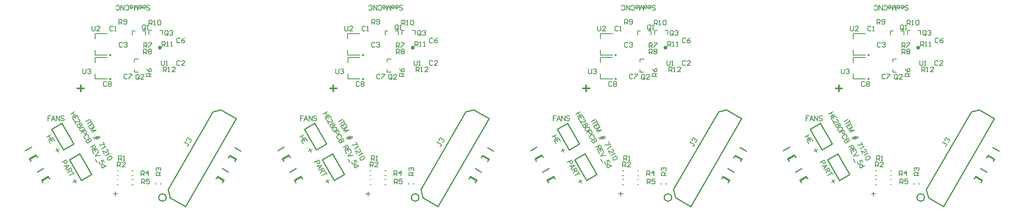
<source format=gto>
G04 Layer_Color=65535*
%FSLAX24Y24*%
%MOIN*%
G70*
G01*
G75*
%ADD12C,0.0100*%
%ADD29C,0.0080*%
%ADD53C,0.0098*%
%ADD54C,0.0160*%
%ADD55C,0.0079*%
%ADD56C,0.0077*%
%ADD57C,0.0124*%
D12*
X12355Y3897D02*
G03*
X12355Y3897I-313J0D01*
G01*
X13964Y3151D02*
X18235Y10550D01*
X12719Y3870D02*
X12787Y3831D01*
X12685Y3890D02*
X12719Y3870D01*
X16285Y11108D02*
X16957Y11288D01*
X18235Y10550D01*
X12505Y4562D02*
X16285Y11108D01*
X12505Y4562D02*
X12685Y3890D01*
X13964Y3151D01*
X17088Y5147D02*
X17213Y5363D01*
X16543Y5461D02*
X16668Y5678D01*
X16640Y5629D02*
X17185Y5314D01*
X16668Y5678D02*
X17213Y5363D01*
X17072Y6338D02*
X17591Y6038D01*
X2413Y5688D02*
X2538Y5471D01*
X1868Y5373D02*
X1993Y5157D01*
X1896Y5324D02*
X2441Y5639D01*
X1868Y5373D02*
X2413Y5688D01*
X1498Y6053D02*
X2018Y6353D01*
X18118Y6927D02*
X18243Y7143D01*
X17573Y7241D02*
X17698Y7458D01*
X17670Y7409D02*
X18215Y7094D01*
X17698Y7458D02*
X18243Y7143D01*
X18102Y8118D02*
X18621Y7818D01*
X1393Y7488D02*
X1518Y7271D01*
X848Y7173D02*
X973Y6957D01*
X876Y7124D02*
X1421Y7439D01*
X848Y7173D02*
X1393Y7488D01*
X478Y7853D02*
X998Y8153D01*
X5204Y5352D02*
X6070Y5853D01*
X5070Y7585D02*
X6070Y5853D01*
X4203Y7085D02*
X5070Y7585D01*
X4203Y7085D02*
X5204Y5352D01*
X2723Y9635D02*
X3724Y7902D01*
X2723Y9635D02*
X3590Y10135D01*
X4590Y8403D01*
X3724Y7902D02*
X4590Y8403D01*
X33614Y3897D02*
G03*
X33614Y3897I-313J0D01*
G01*
X35224Y3151D02*
X39495Y10550D01*
X33979Y3870D02*
X34047Y3831D01*
X33945Y3890D02*
X33979Y3870D01*
X37544Y11108D02*
X38217Y11288D01*
X39495Y10550D01*
X33765Y4562D02*
X37544Y11108D01*
X33765Y4562D02*
X33945Y3890D01*
X35224Y3151D01*
X38348Y5147D02*
X38473Y5363D01*
X37803Y5461D02*
X37928Y5678D01*
X37900Y5629D02*
X38445Y5314D01*
X37928Y5678D02*
X38473Y5363D01*
X38332Y6338D02*
X38851Y6038D01*
X23673Y5688D02*
X23798Y5471D01*
X23128Y5373D02*
X23253Y5157D01*
X23156Y5324D02*
X23701Y5639D01*
X23128Y5373D02*
X23673Y5688D01*
X22758Y6053D02*
X23278Y6353D01*
X39378Y6927D02*
X39503Y7143D01*
X38833Y7241D02*
X38958Y7458D01*
X38930Y7409D02*
X39475Y7094D01*
X38958Y7458D02*
X39503Y7143D01*
X39362Y8118D02*
X39881Y7818D01*
X22653Y7488D02*
X22778Y7271D01*
X22108Y7173D02*
X22233Y6957D01*
X22136Y7124D02*
X22681Y7439D01*
X22108Y7173D02*
X22653Y7488D01*
X21738Y7853D02*
X22258Y8153D01*
X26463Y5352D02*
X27329Y5853D01*
X26329Y7585D02*
X27329Y5853D01*
X25463Y7085D02*
X26329Y7585D01*
X25463Y7085D02*
X26463Y5352D01*
X23983Y9635D02*
X24983Y7902D01*
X23983Y9635D02*
X24849Y10135D01*
X25849Y8403D01*
X24983Y7902D02*
X25849Y8403D01*
X54874Y3897D02*
G03*
X54874Y3897I-313J0D01*
G01*
X56483Y3151D02*
X60755Y10550D01*
X55239Y3870D02*
X55307Y3831D01*
X55205Y3890D02*
X55239Y3870D01*
X58804Y11108D02*
X59476Y11288D01*
X60755Y10550D01*
X55025Y4562D02*
X58804Y11108D01*
X55025Y4562D02*
X55205Y3890D01*
X56483Y3151D01*
X59607Y5147D02*
X59732Y5363D01*
X59063Y5461D02*
X59188Y5678D01*
X59159Y5629D02*
X59704Y5314D01*
X59188Y5678D02*
X59732Y5363D01*
X59591Y6338D02*
X60111Y6038D01*
X44933Y5688D02*
X45057Y5471D01*
X44388Y5373D02*
X44513Y5157D01*
X44416Y5324D02*
X44961Y5639D01*
X44388Y5373D02*
X44933Y5688D01*
X44018Y6053D02*
X44537Y6353D01*
X60637Y6927D02*
X60762Y7143D01*
X60093Y7241D02*
X60218Y7458D01*
X60189Y7409D02*
X60734Y7094D01*
X60218Y7458D02*
X60762Y7143D01*
X60621Y8118D02*
X61141Y7818D01*
X43913Y7488D02*
X44037Y7271D01*
X43368Y7173D02*
X43493Y6957D01*
X43396Y7124D02*
X43941Y7439D01*
X43368Y7173D02*
X43913Y7488D01*
X42998Y7853D02*
X43517Y8153D01*
X47723Y5352D02*
X48589Y5853D01*
X47589Y7585D02*
X48589Y5853D01*
X46723Y7085D02*
X47589Y7585D01*
X46723Y7085D02*
X47723Y5352D01*
X45243Y9635D02*
X46243Y7902D01*
X45243Y9635D02*
X46109Y10135D01*
X47109Y8403D01*
X46243Y7902D02*
X47109Y8403D01*
X76134Y3897D02*
G03*
X76134Y3897I-313J0D01*
G01*
X77743Y3151D02*
X82015Y10550D01*
X76499Y3870D02*
X76567Y3831D01*
X76465Y3890D02*
X76499Y3870D01*
X80064Y11108D02*
X80736Y11288D01*
X82015Y10550D01*
X76285Y4562D02*
X80064Y11108D01*
X76285Y4562D02*
X76465Y3890D01*
X77743Y3151D01*
X80867Y5147D02*
X80992Y5363D01*
X80322Y5461D02*
X80447Y5678D01*
X80419Y5629D02*
X80964Y5314D01*
X80447Y5678D02*
X80992Y5363D01*
X80851Y6338D02*
X81371Y6038D01*
X66192Y5688D02*
X66317Y5471D01*
X65647Y5373D02*
X65772Y5157D01*
X65676Y5324D02*
X66220Y5639D01*
X65647Y5373D02*
X66192Y5688D01*
X65278Y6053D02*
X65797Y6353D01*
X81897Y6927D02*
X82022Y7143D01*
X81352Y7241D02*
X81477Y7458D01*
X81449Y7409D02*
X81994Y7094D01*
X81477Y7458D02*
X82022Y7143D01*
X81881Y8118D02*
X82401Y7818D01*
X65172Y7488D02*
X65297Y7271D01*
X64627Y7173D02*
X64752Y6957D01*
X64656Y7124D02*
X65200Y7439D01*
X64627Y7173D02*
X65172Y7488D01*
X64258Y7853D02*
X64777Y8153D01*
X68983Y5352D02*
X69849Y5853D01*
X68849Y7585D02*
X69849Y5853D01*
X67983Y7085D02*
X68849Y7585D01*
X67983Y7085D02*
X68983Y5352D01*
X66503Y9635D02*
X67503Y7902D01*
X66503Y9635D02*
X67369Y10135D01*
X68369Y8403D01*
X67503Y7902D02*
X68369Y8403D01*
D29*
X10924Y17944D02*
X11160D01*
X10924Y17624D02*
Y17944D01*
X11795D02*
X12035D01*
Y17624D02*
Y17944D01*
X9690Y14428D02*
Y14664D01*
Y14428D02*
X10009D01*
X9690Y15299D02*
Y15539D01*
X10009D01*
X9504Y17894D02*
X9740D01*
X9504Y17574D02*
Y17894D01*
X10375D02*
X10615D01*
Y17574D02*
Y17894D01*
X13962Y8604D02*
X13895Y8489D01*
X13929Y8547D01*
X14217Y8380D01*
X14242Y8289D01*
X14208Y8231D01*
X14117Y8207D01*
X14086Y8687D02*
X14062Y8778D01*
X14129Y8893D01*
X14220Y8917D01*
X14277Y8884D01*
X14302Y8793D01*
X14269Y8735D01*
X14302Y8793D01*
X14393Y8817D01*
X14451Y8784D01*
X14475Y8693D01*
X14408Y8578D01*
X14317Y8553D01*
X6120Y18309D02*
Y17976D01*
X6187Y17909D01*
X6320D01*
X6387Y17976D01*
Y18309D01*
X6786Y17909D02*
X6520D01*
X6786Y18176D01*
Y18243D01*
X6720Y18309D01*
X6587D01*
X6520Y18243D01*
X8662Y16867D02*
X8595Y16934D01*
X8462D01*
X8395Y16867D01*
Y16600D01*
X8462Y16534D01*
X8595D01*
X8662Y16600D01*
X8795Y16867D02*
X8862Y16934D01*
X8995D01*
X9062Y16867D01*
Y16800D01*
X8995Y16734D01*
X8928D01*
X8995D01*
X9062Y16667D01*
Y16600D01*
X8995Y16534D01*
X8862D01*
X8795Y16600D01*
X7862Y18257D02*
X7795Y18324D01*
X7662D01*
X7595Y18257D01*
Y17990D01*
X7662Y17924D01*
X7795D01*
X7862Y17990D01*
X7995Y17924D02*
X8128D01*
X8062D01*
Y18324D01*
X7995Y18257D01*
X10285Y5034D02*
Y5434D01*
X10485D01*
X10552Y5367D01*
Y5234D01*
X10485Y5167D01*
X10285D01*
X10418D02*
X10552Y5034D01*
X10952Y5434D02*
X10685D01*
Y5234D01*
X10818Y5300D01*
X10885D01*
X10952Y5234D01*
Y5100D01*
X10885Y5034D01*
X10752D01*
X10685Y5100D01*
X10245Y5734D02*
Y6134D01*
X10445D01*
X10512Y6067D01*
Y5934D01*
X10445Y5867D01*
X10245D01*
X10378D02*
X10512Y5734D01*
X10845D02*
Y6134D01*
X10645Y5934D01*
X10912D01*
X11905Y5754D02*
X11505D01*
Y5954D01*
X11572Y6020D01*
X11705D01*
X11772Y5954D01*
Y5754D01*
Y5887D02*
X11905Y6020D01*
X11572Y6154D02*
X11505Y6220D01*
Y6353D01*
X11572Y6420D01*
X11639D01*
X11705Y6353D01*
Y6287D01*
Y6353D01*
X11772Y6420D01*
X11838D01*
X11905Y6353D01*
Y6220D01*
X11838Y6154D01*
X8235Y6474D02*
Y6874D01*
X8435D01*
X8502Y6807D01*
Y6674D01*
X8435Y6607D01*
X8235D01*
X8368D02*
X8502Y6474D01*
X8902D02*
X8635D01*
X8902Y6740D01*
Y6807D01*
X8835Y6874D01*
X8702D01*
X8635Y6807D01*
X8335Y6994D02*
Y7394D01*
X8535D01*
X8602Y7327D01*
Y7194D01*
X8535Y7127D01*
X8335D01*
X8468D02*
X8602Y6994D01*
X8735D02*
X8868D01*
X8802D01*
Y7394D01*
X8735Y7327D01*
X13512Y15337D02*
X13445Y15404D01*
X13312D01*
X13245Y15337D01*
Y15070D01*
X13312Y15004D01*
X13445D01*
X13512Y15070D01*
X13912Y15004D02*
X13645D01*
X13912Y15270D01*
Y15337D01*
X13845Y15404D01*
X13712D01*
X13645Y15337D01*
X13517Y17243D02*
X13450Y17309D01*
X13317D01*
X13250Y17243D01*
Y16976D01*
X13317Y16909D01*
X13450D01*
X13517Y16976D01*
X13916Y17309D02*
X13783Y17243D01*
X13650Y17109D01*
Y16976D01*
X13717Y16909D01*
X13850D01*
X13916Y16976D01*
Y17043D01*
X13850Y17109D01*
X13650D01*
X10602Y18080D02*
Y18347D01*
X10535Y18414D01*
X10402D01*
X10335Y18347D01*
Y18080D01*
X10402Y18014D01*
X10535D01*
X10468Y18147D02*
X10602Y18014D01*
X10535D02*
X10602Y18080D01*
X10735Y18014D02*
X10868D01*
X10802D01*
Y18414D01*
X10735Y18347D01*
X10082Y13920D02*
Y14187D01*
X10015Y14254D01*
X9882D01*
X9815Y14187D01*
Y13920D01*
X9882Y13854D01*
X10015D01*
X9948Y13987D02*
X10082Y13854D01*
X10015D02*
X10082Y13920D01*
X10482Y13854D02*
X10215D01*
X10482Y14120D01*
Y14187D01*
X10415Y14254D01*
X10282D01*
X10215Y14187D01*
X12502Y17610D02*
Y17877D01*
X12435Y17944D01*
X12302D01*
X12235Y17877D01*
Y17610D01*
X12302Y17544D01*
X12435D01*
X12368Y17677D02*
X12502Y17544D01*
X12435D02*
X12502Y17610D01*
X12635Y17877D02*
X12702Y17944D01*
X12835D01*
X12902Y17877D01*
Y17810D01*
X12835Y17744D01*
X12768D01*
X12835D01*
X12902Y17677D01*
Y17610D01*
X12835Y17544D01*
X12702D01*
X12635Y17610D01*
X10905Y18414D02*
Y18814D01*
X11105D01*
X11172Y18747D01*
Y18614D01*
X11105Y18547D01*
X10905D01*
X11038D02*
X11172Y18414D01*
X11305D02*
X11438D01*
X11372D01*
Y18814D01*
X11305Y18747D01*
X11638D02*
X11705Y18814D01*
X11838D01*
X11905Y18747D01*
Y18480D01*
X11838Y18414D01*
X11705D01*
X11638Y18480D01*
Y18747D01*
X11125Y14088D02*
X10725D01*
Y14288D01*
X10792Y14355D01*
X10925D01*
X10992Y14288D01*
Y14088D01*
Y14221D02*
X11125Y14355D01*
X10725Y14754D02*
X10792Y14621D01*
X10925Y14488D01*
X11058D01*
X11125Y14554D01*
Y14688D01*
X11058Y14754D01*
X10992D01*
X10925Y14688D01*
Y14488D01*
X10465Y16504D02*
Y16904D01*
X10665D01*
X10732Y16837D01*
Y16704D01*
X10665Y16637D01*
X10465D01*
X10598D02*
X10732Y16504D01*
X10865Y16904D02*
X11132D01*
Y16837D01*
X10865Y16570D01*
Y16504D01*
X10455Y15984D02*
Y16384D01*
X10655D01*
X10722Y16317D01*
Y16184D01*
X10655Y16117D01*
X10455D01*
X10588D02*
X10722Y15984D01*
X10855Y16317D02*
X10922Y16384D01*
X11055D01*
X11122Y16317D01*
Y16250D01*
X11055Y16184D01*
X11122Y16117D01*
Y16050D01*
X11055Y15984D01*
X10922D01*
X10855Y16050D01*
Y16117D01*
X10922Y16184D01*
X10855Y16250D01*
Y16317D01*
X10922Y16184D02*
X11055D01*
X8375Y18474D02*
Y18874D01*
X8575D01*
X8642Y18807D01*
Y18674D01*
X8575Y18607D01*
X8375D01*
X8508D02*
X8642Y18474D01*
X8775Y18540D02*
X8842Y18474D01*
X8975D01*
X9042Y18540D01*
Y18807D01*
X8975Y18874D01*
X8842D01*
X8775Y18807D01*
Y18740D01*
X8842Y18674D01*
X9042D01*
X9077Y14213D02*
X9010Y14279D01*
X8877D01*
X8810Y14213D01*
Y13946D01*
X8877Y13879D01*
X9010D01*
X9077Y13946D01*
X9210Y14279D02*
X9476D01*
Y14213D01*
X9210Y13946D01*
Y13879D01*
X7337Y13593D02*
X7270Y13659D01*
X7137D01*
X7070Y13593D01*
Y13326D01*
X7137Y13259D01*
X7270D01*
X7337Y13326D01*
X7470Y13593D02*
X7537Y13659D01*
X7670D01*
X7736Y13593D01*
Y13526D01*
X7670Y13459D01*
X7736Y13393D01*
Y13326D01*
X7670Y13259D01*
X7537D01*
X7470Y13326D01*
Y13393D01*
X7537Y13459D01*
X7470Y13526D01*
Y13593D01*
X7537Y13459D02*
X7670D01*
X5350Y14709D02*
Y14376D01*
X5417Y14309D01*
X5550D01*
X5617Y14376D01*
Y14709D01*
X5750Y14643D02*
X5817Y14709D01*
X5950D01*
X6016Y14643D01*
Y14576D01*
X5950Y14509D01*
X5883D01*
X5950D01*
X6016Y14443D01*
Y14376D01*
X5950Y14309D01*
X5817D01*
X5750Y14376D01*
X12025Y16604D02*
Y17004D01*
X12225D01*
X12292Y16937D01*
Y16804D01*
X12225Y16737D01*
X12025D01*
X12158D02*
X12292Y16604D01*
X12425D02*
X12558D01*
X12492D01*
Y17004D01*
X12425Y16937D01*
X12758Y16604D02*
X12891D01*
X12825D01*
Y17004D01*
X12758Y16937D01*
X12115Y14474D02*
Y14874D01*
X12315D01*
X12382Y14807D01*
Y14674D01*
X12315Y14607D01*
X12115D01*
X12248D02*
X12382Y14474D01*
X12515D02*
X12648D01*
X12582D01*
Y14874D01*
X12515Y14807D01*
X13115Y14474D02*
X12848D01*
X13115Y14740D01*
Y14807D01*
X13048Y14874D01*
X12915D01*
X12848Y14807D01*
X11955Y15424D02*
Y15090D01*
X12022Y15024D01*
X12155D01*
X12222Y15090D01*
Y15424D01*
X12355Y15024D02*
X12488D01*
X12422D01*
Y15424D01*
X12355Y15357D01*
X32184Y17944D02*
X32420D01*
X32184Y17624D02*
Y17944D01*
X33055D02*
X33295D01*
Y17624D02*
Y17944D01*
X30950Y14428D02*
Y14664D01*
Y14428D02*
X31269D01*
X30950Y15299D02*
Y15539D01*
X31269D01*
X30764Y17894D02*
X31000D01*
X30764Y17574D02*
Y17894D01*
X31635D02*
X31875D01*
Y17574D02*
Y17894D01*
X35222Y8604D02*
X35155Y8489D01*
X35189Y8547D01*
X35477Y8380D01*
X35502Y8289D01*
X35468Y8231D01*
X35377Y8207D01*
X35346Y8687D02*
X35322Y8778D01*
X35389Y8893D01*
X35480Y8917D01*
X35537Y8884D01*
X35562Y8793D01*
X35528Y8735D01*
X35562Y8793D01*
X35653Y8817D01*
X35710Y8784D01*
X35735Y8693D01*
X35668Y8578D01*
X35577Y8553D01*
X27380Y18309D02*
Y17976D01*
X27446Y17909D01*
X27580D01*
X27646Y17976D01*
Y18309D01*
X28046Y17909D02*
X27780D01*
X28046Y18176D01*
Y18243D01*
X27980Y18309D01*
X27846D01*
X27780Y18243D01*
X29922Y16867D02*
X29855Y16934D01*
X29722D01*
X29655Y16867D01*
Y16600D01*
X29722Y16534D01*
X29855D01*
X29922Y16600D01*
X30055Y16867D02*
X30121Y16934D01*
X30255D01*
X30321Y16867D01*
Y16800D01*
X30255Y16734D01*
X30188D01*
X30255D01*
X30321Y16667D01*
Y16600D01*
X30255Y16534D01*
X30121D01*
X30055Y16600D01*
X29122Y18257D02*
X29055Y18324D01*
X28922D01*
X28855Y18257D01*
Y17990D01*
X28922Y17924D01*
X29055D01*
X29122Y17990D01*
X29255Y17924D02*
X29388D01*
X29321D01*
Y18324D01*
X29255Y18257D01*
X31545Y5034D02*
Y5434D01*
X31745D01*
X31812Y5367D01*
Y5234D01*
X31745Y5167D01*
X31545D01*
X31678D02*
X31812Y5034D01*
X32211Y5434D02*
X31945D01*
Y5234D01*
X32078Y5300D01*
X32145D01*
X32211Y5234D01*
Y5100D01*
X32145Y5034D01*
X32011D01*
X31945Y5100D01*
X31505Y5734D02*
Y6134D01*
X31705D01*
X31772Y6067D01*
Y5934D01*
X31705Y5867D01*
X31505D01*
X31638D02*
X31772Y5734D01*
X32105D02*
Y6134D01*
X31905Y5934D01*
X32171D01*
X33165Y5754D02*
X32765D01*
Y5954D01*
X32832Y6020D01*
X32965D01*
X33032Y5954D01*
Y5754D01*
Y5887D02*
X33165Y6020D01*
X32832Y6154D02*
X32765Y6220D01*
Y6353D01*
X32832Y6420D01*
X32898D01*
X32965Y6353D01*
Y6287D01*
Y6353D01*
X33032Y6420D01*
X33098D01*
X33165Y6353D01*
Y6220D01*
X33098Y6154D01*
X29495Y6474D02*
Y6874D01*
X29695D01*
X29762Y6807D01*
Y6674D01*
X29695Y6607D01*
X29495D01*
X29628D02*
X29762Y6474D01*
X30161D02*
X29895D01*
X30161Y6740D01*
Y6807D01*
X30095Y6874D01*
X29961D01*
X29895Y6807D01*
X29595Y6994D02*
Y7394D01*
X29795D01*
X29862Y7327D01*
Y7194D01*
X29795Y7127D01*
X29595D01*
X29728D02*
X29862Y6994D01*
X29995D02*
X30128D01*
X30061D01*
Y7394D01*
X29995Y7327D01*
X34772Y15337D02*
X34705Y15404D01*
X34572D01*
X34505Y15337D01*
Y15070D01*
X34572Y15004D01*
X34705D01*
X34772Y15070D01*
X35171Y15004D02*
X34905D01*
X35171Y15270D01*
Y15337D01*
X35105Y15404D01*
X34971D01*
X34905Y15337D01*
X34776Y17243D02*
X34710Y17309D01*
X34576D01*
X34510Y17243D01*
Y16976D01*
X34576Y16909D01*
X34710D01*
X34776Y16976D01*
X35176Y17309D02*
X35043Y17243D01*
X34910Y17109D01*
Y16976D01*
X34976Y16909D01*
X35110D01*
X35176Y16976D01*
Y17043D01*
X35110Y17109D01*
X34910D01*
X31862Y18080D02*
Y18347D01*
X31795Y18414D01*
X31662D01*
X31595Y18347D01*
Y18080D01*
X31662Y18014D01*
X31795D01*
X31728Y18147D02*
X31862Y18014D01*
X31795D02*
X31862Y18080D01*
X31995Y18014D02*
X32128D01*
X32061D01*
Y18414D01*
X31995Y18347D01*
X31342Y13920D02*
Y14187D01*
X31275Y14254D01*
X31142D01*
X31075Y14187D01*
Y13920D01*
X31142Y13854D01*
X31275D01*
X31208Y13987D02*
X31342Y13854D01*
X31275D02*
X31342Y13920D01*
X31741Y13854D02*
X31475D01*
X31741Y14120D01*
Y14187D01*
X31675Y14254D01*
X31541D01*
X31475Y14187D01*
X33762Y17610D02*
Y17877D01*
X33695Y17944D01*
X33562D01*
X33495Y17877D01*
Y17610D01*
X33562Y17544D01*
X33695D01*
X33628Y17677D02*
X33762Y17544D01*
X33695D02*
X33762Y17610D01*
X33895Y17877D02*
X33961Y17944D01*
X34095D01*
X34161Y17877D01*
Y17810D01*
X34095Y17744D01*
X34028D01*
X34095D01*
X34161Y17677D01*
Y17610D01*
X34095Y17544D01*
X33961D01*
X33895Y17610D01*
X32165Y18414D02*
Y18814D01*
X32365D01*
X32432Y18747D01*
Y18614D01*
X32365Y18547D01*
X32165D01*
X32298D02*
X32432Y18414D01*
X32565D02*
X32698D01*
X32631D01*
Y18814D01*
X32565Y18747D01*
X32898D02*
X32965Y18814D01*
X33098D01*
X33165Y18747D01*
Y18480D01*
X33098Y18414D01*
X32965D01*
X32898Y18480D01*
Y18747D01*
X32385Y14088D02*
X31985D01*
Y14288D01*
X32052Y14355D01*
X32185D01*
X32252Y14288D01*
Y14088D01*
Y14221D02*
X32385Y14355D01*
X31985Y14754D02*
X32052Y14621D01*
X32185Y14488D01*
X32318D01*
X32385Y14554D01*
Y14688D01*
X32318Y14754D01*
X32252D01*
X32185Y14688D01*
Y14488D01*
X31725Y16504D02*
Y16904D01*
X31925D01*
X31992Y16837D01*
Y16704D01*
X31925Y16637D01*
X31725D01*
X31858D02*
X31992Y16504D01*
X32125Y16904D02*
X32391D01*
Y16837D01*
X32125Y16570D01*
Y16504D01*
X31715Y15984D02*
Y16384D01*
X31915D01*
X31982Y16317D01*
Y16184D01*
X31915Y16117D01*
X31715D01*
X31848D02*
X31982Y15984D01*
X32115Y16317D02*
X32181Y16384D01*
X32315D01*
X32381Y16317D01*
Y16250D01*
X32315Y16184D01*
X32381Y16117D01*
Y16050D01*
X32315Y15984D01*
X32181D01*
X32115Y16050D01*
Y16117D01*
X32181Y16184D01*
X32115Y16250D01*
Y16317D01*
X32181Y16184D02*
X32315D01*
X29635Y18474D02*
Y18874D01*
X29835D01*
X29902Y18807D01*
Y18674D01*
X29835Y18607D01*
X29635D01*
X29768D02*
X29902Y18474D01*
X30035Y18540D02*
X30101Y18474D01*
X30235D01*
X30301Y18540D01*
Y18807D01*
X30235Y18874D01*
X30101D01*
X30035Y18807D01*
Y18740D01*
X30101Y18674D01*
X30301D01*
X30336Y14213D02*
X30270Y14279D01*
X30136D01*
X30070Y14213D01*
Y13946D01*
X30136Y13879D01*
X30270D01*
X30336Y13946D01*
X30470Y14279D02*
X30736D01*
Y14213D01*
X30470Y13946D01*
Y13879D01*
X28596Y13593D02*
X28530Y13659D01*
X28396D01*
X28330Y13593D01*
Y13326D01*
X28396Y13259D01*
X28530D01*
X28596Y13326D01*
X28730Y13593D02*
X28796Y13659D01*
X28930D01*
X28996Y13593D01*
Y13526D01*
X28930Y13459D01*
X28996Y13393D01*
Y13326D01*
X28930Y13259D01*
X28796D01*
X28730Y13326D01*
Y13393D01*
X28796Y13459D01*
X28730Y13526D01*
Y13593D01*
X28796Y13459D02*
X28930D01*
X26610Y14709D02*
Y14376D01*
X26676Y14309D01*
X26810D01*
X26876Y14376D01*
Y14709D01*
X27010Y14643D02*
X27076Y14709D01*
X27210D01*
X27276Y14643D01*
Y14576D01*
X27210Y14509D01*
X27143D01*
X27210D01*
X27276Y14443D01*
Y14376D01*
X27210Y14309D01*
X27076D01*
X27010Y14376D01*
X33285Y16604D02*
Y17004D01*
X33485D01*
X33552Y16937D01*
Y16804D01*
X33485Y16737D01*
X33285D01*
X33418D02*
X33552Y16604D01*
X33685D02*
X33818D01*
X33751D01*
Y17004D01*
X33685Y16937D01*
X34018Y16604D02*
X34151D01*
X34085D01*
Y17004D01*
X34018Y16937D01*
X33375Y14474D02*
Y14874D01*
X33575D01*
X33642Y14807D01*
Y14674D01*
X33575Y14607D01*
X33375D01*
X33508D02*
X33642Y14474D01*
X33775D02*
X33908D01*
X33841D01*
Y14874D01*
X33775Y14807D01*
X34375Y14474D02*
X34108D01*
X34375Y14740D01*
Y14807D01*
X34308Y14874D01*
X34175D01*
X34108Y14807D01*
X33215Y15424D02*
Y15090D01*
X33282Y15024D01*
X33415D01*
X33482Y15090D01*
Y15424D01*
X33615Y15024D02*
X33748D01*
X33681D01*
Y15424D01*
X33615Y15357D01*
X53444Y17944D02*
X53680D01*
X53444Y17624D02*
Y17944D01*
X54315D02*
X54555D01*
Y17624D02*
Y17944D01*
X52210Y14428D02*
Y14664D01*
Y14428D02*
X52529D01*
X52210Y15299D02*
Y15539D01*
X52529D01*
X52024Y17894D02*
X52260D01*
X52024Y17574D02*
Y17894D01*
X52895D02*
X53135D01*
Y17574D02*
Y17894D01*
X56482Y8604D02*
X56415Y8489D01*
X56448Y8547D01*
X56737Y8380D01*
X56761Y8289D01*
X56728Y8231D01*
X56637Y8207D01*
X56606Y8687D02*
X56582Y8778D01*
X56648Y8893D01*
X56739Y8917D01*
X56797Y8884D01*
X56822Y8793D01*
X56788Y8735D01*
X56822Y8793D01*
X56913Y8817D01*
X56970Y8784D01*
X56995Y8693D01*
X56928Y8578D01*
X56837Y8553D01*
X48640Y18309D02*
Y17976D01*
X48706Y17909D01*
X48840D01*
X48906Y17976D01*
Y18309D01*
X49306Y17909D02*
X49040D01*
X49306Y18176D01*
Y18243D01*
X49239Y18309D01*
X49106D01*
X49040Y18243D01*
X51181Y16867D02*
X51115Y16934D01*
X50981D01*
X50915Y16867D01*
Y16600D01*
X50981Y16534D01*
X51115D01*
X51181Y16600D01*
X51315Y16867D02*
X51381Y16934D01*
X51515D01*
X51581Y16867D01*
Y16800D01*
X51515Y16734D01*
X51448D01*
X51515D01*
X51581Y16667D01*
Y16600D01*
X51515Y16534D01*
X51381D01*
X51315Y16600D01*
X50381Y18257D02*
X50315Y18324D01*
X50181D01*
X50115Y18257D01*
Y17990D01*
X50181Y17924D01*
X50315D01*
X50381Y17990D01*
X50515Y17924D02*
X50648D01*
X50581D01*
Y18324D01*
X50515Y18257D01*
X52805Y5034D02*
Y5434D01*
X53005D01*
X53071Y5367D01*
Y5234D01*
X53005Y5167D01*
X52805D01*
X52938D02*
X53071Y5034D01*
X53471Y5434D02*
X53205D01*
Y5234D01*
X53338Y5300D01*
X53405D01*
X53471Y5234D01*
Y5100D01*
X53405Y5034D01*
X53271D01*
X53205Y5100D01*
X52765Y5734D02*
Y6134D01*
X52965D01*
X53031Y6067D01*
Y5934D01*
X52965Y5867D01*
X52765D01*
X52898D02*
X53031Y5734D01*
X53365D02*
Y6134D01*
X53165Y5934D01*
X53431D01*
X54425Y5754D02*
X54025D01*
Y5954D01*
X54092Y6020D01*
X54225D01*
X54292Y5954D01*
Y5754D01*
Y5887D02*
X54425Y6020D01*
X54092Y6154D02*
X54025Y6220D01*
Y6353D01*
X54092Y6420D01*
X54158D01*
X54225Y6353D01*
Y6287D01*
Y6353D01*
X54292Y6420D01*
X54358D01*
X54425Y6353D01*
Y6220D01*
X54358Y6154D01*
X50755Y6474D02*
Y6874D01*
X50955D01*
X51021Y6807D01*
Y6674D01*
X50955Y6607D01*
X50755D01*
X50888D02*
X51021Y6474D01*
X51421D02*
X51155D01*
X51421Y6740D01*
Y6807D01*
X51355Y6874D01*
X51221D01*
X51155Y6807D01*
X50855Y6994D02*
Y7394D01*
X51055D01*
X51121Y7327D01*
Y7194D01*
X51055Y7127D01*
X50855D01*
X50988D02*
X51121Y6994D01*
X51255D02*
X51388D01*
X51321D01*
Y7394D01*
X51255Y7327D01*
X56031Y15337D02*
X55965Y15404D01*
X55831D01*
X55765Y15337D01*
Y15070D01*
X55831Y15004D01*
X55965D01*
X56031Y15070D01*
X56431Y15004D02*
X56165D01*
X56431Y15270D01*
Y15337D01*
X56365Y15404D01*
X56231D01*
X56165Y15337D01*
X56036Y17243D02*
X55970Y17309D01*
X55836D01*
X55770Y17243D01*
Y16976D01*
X55836Y16909D01*
X55970D01*
X56036Y16976D01*
X56436Y17309D02*
X56303Y17243D01*
X56170Y17109D01*
Y16976D01*
X56236Y16909D01*
X56369D01*
X56436Y16976D01*
Y17043D01*
X56369Y17109D01*
X56170D01*
X53121Y18080D02*
Y18347D01*
X53055Y18414D01*
X52921D01*
X52855Y18347D01*
Y18080D01*
X52921Y18014D01*
X53055D01*
X52988Y18147D02*
X53121Y18014D01*
X53055D02*
X53121Y18080D01*
X53255Y18014D02*
X53388D01*
X53321D01*
Y18414D01*
X53255Y18347D01*
X52601Y13920D02*
Y14187D01*
X52535Y14254D01*
X52401D01*
X52335Y14187D01*
Y13920D01*
X52401Y13854D01*
X52535D01*
X52468Y13987D02*
X52601Y13854D01*
X52535D02*
X52601Y13920D01*
X53001Y13854D02*
X52735D01*
X53001Y14120D01*
Y14187D01*
X52935Y14254D01*
X52801D01*
X52735Y14187D01*
X55021Y17610D02*
Y17877D01*
X54955Y17944D01*
X54821D01*
X54755Y17877D01*
Y17610D01*
X54821Y17544D01*
X54955D01*
X54888Y17677D02*
X55021Y17544D01*
X54955D02*
X55021Y17610D01*
X55155Y17877D02*
X55221Y17944D01*
X55355D01*
X55421Y17877D01*
Y17810D01*
X55355Y17744D01*
X55288D01*
X55355D01*
X55421Y17677D01*
Y17610D01*
X55355Y17544D01*
X55221D01*
X55155Y17610D01*
X53425Y18414D02*
Y18814D01*
X53625D01*
X53691Y18747D01*
Y18614D01*
X53625Y18547D01*
X53425D01*
X53558D02*
X53691Y18414D01*
X53825D02*
X53958D01*
X53891D01*
Y18814D01*
X53825Y18747D01*
X54158D02*
X54225Y18814D01*
X54358D01*
X54424Y18747D01*
Y18480D01*
X54358Y18414D01*
X54225D01*
X54158Y18480D01*
Y18747D01*
X53645Y14088D02*
X53245D01*
Y14288D01*
X53312Y14355D01*
X53445D01*
X53512Y14288D01*
Y14088D01*
Y14221D02*
X53645Y14355D01*
X53245Y14754D02*
X53312Y14621D01*
X53445Y14488D01*
X53578D01*
X53645Y14554D01*
Y14688D01*
X53578Y14754D01*
X53512D01*
X53445Y14688D01*
Y14488D01*
X52985Y16504D02*
Y16904D01*
X53185D01*
X53251Y16837D01*
Y16704D01*
X53185Y16637D01*
X52985D01*
X53118D02*
X53251Y16504D01*
X53385Y16904D02*
X53651D01*
Y16837D01*
X53385Y16570D01*
Y16504D01*
X52975Y15984D02*
Y16384D01*
X53175D01*
X53241Y16317D01*
Y16184D01*
X53175Y16117D01*
X52975D01*
X53108D02*
X53241Y15984D01*
X53375Y16317D02*
X53441Y16384D01*
X53575D01*
X53641Y16317D01*
Y16250D01*
X53575Y16184D01*
X53641Y16117D01*
Y16050D01*
X53575Y15984D01*
X53441D01*
X53375Y16050D01*
Y16117D01*
X53441Y16184D01*
X53375Y16250D01*
Y16317D01*
X53441Y16184D02*
X53575D01*
X50895Y18474D02*
Y18874D01*
X51095D01*
X51161Y18807D01*
Y18674D01*
X51095Y18607D01*
X50895D01*
X51028D02*
X51161Y18474D01*
X51295Y18540D02*
X51361Y18474D01*
X51495D01*
X51561Y18540D01*
Y18807D01*
X51495Y18874D01*
X51361D01*
X51295Y18807D01*
Y18740D01*
X51361Y18674D01*
X51561D01*
X51596Y14213D02*
X51530Y14279D01*
X51396D01*
X51330Y14213D01*
Y13946D01*
X51396Y13879D01*
X51530D01*
X51596Y13946D01*
X51730Y14279D02*
X51996D01*
Y14213D01*
X51730Y13946D01*
Y13879D01*
X49856Y13593D02*
X49790Y13659D01*
X49656D01*
X49590Y13593D01*
Y13326D01*
X49656Y13259D01*
X49790D01*
X49856Y13326D01*
X49990Y13593D02*
X50056Y13659D01*
X50189D01*
X50256Y13593D01*
Y13526D01*
X50189Y13459D01*
X50256Y13393D01*
Y13326D01*
X50189Y13259D01*
X50056D01*
X49990Y13326D01*
Y13393D01*
X50056Y13459D01*
X49990Y13526D01*
Y13593D01*
X50056Y13459D02*
X50189D01*
X47870Y14709D02*
Y14376D01*
X47936Y14309D01*
X48070D01*
X48136Y14376D01*
Y14709D01*
X48270Y14643D02*
X48336Y14709D01*
X48469D01*
X48536Y14643D01*
Y14576D01*
X48469Y14509D01*
X48403D01*
X48469D01*
X48536Y14443D01*
Y14376D01*
X48469Y14309D01*
X48336D01*
X48270Y14376D01*
X54545Y16604D02*
Y17004D01*
X54745D01*
X54811Y16937D01*
Y16804D01*
X54745Y16737D01*
X54545D01*
X54678D02*
X54811Y16604D01*
X54945D02*
X55078D01*
X55011D01*
Y17004D01*
X54945Y16937D01*
X55278Y16604D02*
X55411D01*
X55345D01*
Y17004D01*
X55278Y16937D01*
X54635Y14474D02*
Y14874D01*
X54835D01*
X54901Y14807D01*
Y14674D01*
X54835Y14607D01*
X54635D01*
X54768D02*
X54901Y14474D01*
X55035D02*
X55168D01*
X55101D01*
Y14874D01*
X55035Y14807D01*
X55634Y14474D02*
X55368D01*
X55634Y14740D01*
Y14807D01*
X55568Y14874D01*
X55435D01*
X55368Y14807D01*
X54475Y15424D02*
Y15090D01*
X54541Y15024D01*
X54675D01*
X54741Y15090D01*
Y15424D01*
X54875Y15024D02*
X55008D01*
X54941D01*
Y15424D01*
X54875Y15357D01*
X74703Y17944D02*
X74940D01*
X74703Y17624D02*
Y17944D01*
X75575D02*
X75815D01*
Y17624D02*
Y17944D01*
X73470Y14428D02*
Y14664D01*
Y14428D02*
X73789D01*
X73470Y15299D02*
Y15539D01*
X73789D01*
X73283Y17894D02*
X73520D01*
X73283Y17574D02*
Y17894D01*
X74155D02*
X74395D01*
Y17574D02*
Y17894D01*
X77742Y8604D02*
X77675Y8489D01*
X77708Y8547D01*
X77997Y8380D01*
X78021Y8289D01*
X77988Y8231D01*
X77897Y8207D01*
X77866Y8687D02*
X77842Y8778D01*
X77908Y8893D01*
X77999Y8917D01*
X78057Y8884D01*
X78081Y8793D01*
X78048Y8735D01*
X78081Y8793D01*
X78172Y8817D01*
X78230Y8784D01*
X78255Y8693D01*
X78188Y8578D01*
X78097Y8553D01*
X69900Y18309D02*
Y17976D01*
X69966Y17909D01*
X70099D01*
X70166Y17976D01*
Y18309D01*
X70566Y17909D02*
X70299D01*
X70566Y18176D01*
Y18243D01*
X70499Y18309D01*
X70366D01*
X70299Y18243D01*
X72441Y16867D02*
X72375Y16934D01*
X72241D01*
X72175Y16867D01*
Y16600D01*
X72241Y16534D01*
X72375D01*
X72441Y16600D01*
X72575Y16867D02*
X72641Y16934D01*
X72774D01*
X72841Y16867D01*
Y16800D01*
X72774Y16734D01*
X72708D01*
X72774D01*
X72841Y16667D01*
Y16600D01*
X72774Y16534D01*
X72641D01*
X72575Y16600D01*
X71641Y18257D02*
X71575Y18324D01*
X71441D01*
X71375Y18257D01*
Y17990D01*
X71441Y17924D01*
X71575D01*
X71641Y17990D01*
X71775Y17924D02*
X71908D01*
X71841D01*
Y18324D01*
X71775Y18257D01*
X74065Y5034D02*
Y5434D01*
X74265D01*
X74331Y5367D01*
Y5234D01*
X74265Y5167D01*
X74065D01*
X74198D02*
X74331Y5034D01*
X74731Y5434D02*
X74465D01*
Y5234D01*
X74598Y5300D01*
X74664D01*
X74731Y5234D01*
Y5100D01*
X74664Y5034D01*
X74531D01*
X74465Y5100D01*
X74025Y5734D02*
Y6134D01*
X74225D01*
X74291Y6067D01*
Y5934D01*
X74225Y5867D01*
X74025D01*
X74158D02*
X74291Y5734D01*
X74624D02*
Y6134D01*
X74425Y5934D01*
X74691D01*
X75685Y5754D02*
X75285D01*
Y5954D01*
X75351Y6020D01*
X75485D01*
X75551Y5954D01*
Y5754D01*
Y5887D02*
X75685Y6020D01*
X75351Y6154D02*
X75285Y6220D01*
Y6353D01*
X75351Y6420D01*
X75418D01*
X75485Y6353D01*
Y6287D01*
Y6353D01*
X75551Y6420D01*
X75618D01*
X75685Y6353D01*
Y6220D01*
X75618Y6154D01*
X72015Y6474D02*
Y6874D01*
X72215D01*
X72281Y6807D01*
Y6674D01*
X72215Y6607D01*
X72015D01*
X72148D02*
X72281Y6474D01*
X72681D02*
X72415D01*
X72681Y6740D01*
Y6807D01*
X72614Y6874D01*
X72481D01*
X72415Y6807D01*
X72115Y6994D02*
Y7394D01*
X72315D01*
X72381Y7327D01*
Y7194D01*
X72315Y7127D01*
X72115D01*
X72248D02*
X72381Y6994D01*
X72515D02*
X72648D01*
X72581D01*
Y7394D01*
X72515Y7327D01*
X77291Y15337D02*
X77225Y15404D01*
X77091D01*
X77025Y15337D01*
Y15070D01*
X77091Y15004D01*
X77225D01*
X77291Y15070D01*
X77691Y15004D02*
X77425D01*
X77691Y15270D01*
Y15337D01*
X77624Y15404D01*
X77491D01*
X77425Y15337D01*
X77296Y17243D02*
X77229Y17309D01*
X77096D01*
X77030Y17243D01*
Y16976D01*
X77096Y16909D01*
X77229D01*
X77296Y16976D01*
X77696Y17309D02*
X77563Y17243D01*
X77429Y17109D01*
Y16976D01*
X77496Y16909D01*
X77629D01*
X77696Y16976D01*
Y17043D01*
X77629Y17109D01*
X77429D01*
X74381Y18080D02*
Y18347D01*
X74315Y18414D01*
X74181D01*
X74115Y18347D01*
Y18080D01*
X74181Y18014D01*
X74315D01*
X74248Y18147D02*
X74381Y18014D01*
X74315D02*
X74381Y18080D01*
X74515Y18014D02*
X74648D01*
X74581D01*
Y18414D01*
X74515Y18347D01*
X73861Y13920D02*
Y14187D01*
X73795Y14254D01*
X73661D01*
X73595Y14187D01*
Y13920D01*
X73661Y13854D01*
X73795D01*
X73728Y13987D02*
X73861Y13854D01*
X73795D02*
X73861Y13920D01*
X74261Y13854D02*
X73995D01*
X74261Y14120D01*
Y14187D01*
X74194Y14254D01*
X74061D01*
X73995Y14187D01*
X76281Y17610D02*
Y17877D01*
X76215Y17944D01*
X76081D01*
X76015Y17877D01*
Y17610D01*
X76081Y17544D01*
X76215D01*
X76148Y17677D02*
X76281Y17544D01*
X76215D02*
X76281Y17610D01*
X76415Y17877D02*
X76481Y17944D01*
X76614D01*
X76681Y17877D01*
Y17810D01*
X76614Y17744D01*
X76548D01*
X76614D01*
X76681Y17677D01*
Y17610D01*
X76614Y17544D01*
X76481D01*
X76415Y17610D01*
X74685Y18414D02*
Y18814D01*
X74885D01*
X74951Y18747D01*
Y18614D01*
X74885Y18547D01*
X74685D01*
X74818D02*
X74951Y18414D01*
X75085D02*
X75218D01*
X75151D01*
Y18814D01*
X75085Y18747D01*
X75418D02*
X75484Y18814D01*
X75618D01*
X75684Y18747D01*
Y18480D01*
X75618Y18414D01*
X75484D01*
X75418Y18480D01*
Y18747D01*
X74905Y14088D02*
X74505D01*
Y14288D01*
X74571Y14355D01*
X74705D01*
X74771Y14288D01*
Y14088D01*
Y14221D02*
X74905Y14355D01*
X74505Y14754D02*
X74571Y14621D01*
X74705Y14488D01*
X74838D01*
X74905Y14554D01*
Y14688D01*
X74838Y14754D01*
X74771D01*
X74705Y14688D01*
Y14488D01*
X74245Y16504D02*
Y16904D01*
X74445D01*
X74511Y16837D01*
Y16704D01*
X74445Y16637D01*
X74245D01*
X74378D02*
X74511Y16504D01*
X74645Y16904D02*
X74911D01*
Y16837D01*
X74645Y16570D01*
Y16504D01*
X74235Y15984D02*
Y16384D01*
X74435D01*
X74501Y16317D01*
Y16184D01*
X74435Y16117D01*
X74235D01*
X74368D02*
X74501Y15984D01*
X74635Y16317D02*
X74701Y16384D01*
X74834D01*
X74901Y16317D01*
Y16250D01*
X74834Y16184D01*
X74901Y16117D01*
Y16050D01*
X74834Y15984D01*
X74701D01*
X74635Y16050D01*
Y16117D01*
X74701Y16184D01*
X74635Y16250D01*
Y16317D01*
X74701Y16184D02*
X74834D01*
X72155Y18474D02*
Y18874D01*
X72355D01*
X72421Y18807D01*
Y18674D01*
X72355Y18607D01*
X72155D01*
X72288D02*
X72421Y18474D01*
X72555Y18540D02*
X72621Y18474D01*
X72754D01*
X72821Y18540D01*
Y18807D01*
X72754Y18874D01*
X72621D01*
X72555Y18807D01*
Y18740D01*
X72621Y18674D01*
X72821D01*
X72856Y14213D02*
X72789Y14279D01*
X72656D01*
X72590Y14213D01*
Y13946D01*
X72656Y13879D01*
X72789D01*
X72856Y13946D01*
X72989Y14279D02*
X73256D01*
Y14213D01*
X72989Y13946D01*
Y13879D01*
X71116Y13593D02*
X71049Y13659D01*
X70916D01*
X70850Y13593D01*
Y13326D01*
X70916Y13259D01*
X71049D01*
X71116Y13326D01*
X71249Y13593D02*
X71316Y13659D01*
X71449D01*
X71516Y13593D01*
Y13526D01*
X71449Y13459D01*
X71516Y13393D01*
Y13326D01*
X71449Y13259D01*
X71316D01*
X71249Y13326D01*
Y13393D01*
X71316Y13459D01*
X71249Y13526D01*
Y13593D01*
X71316Y13459D02*
X71449D01*
X69130Y14709D02*
Y14376D01*
X69196Y14309D01*
X69329D01*
X69396Y14376D01*
Y14709D01*
X69529Y14643D02*
X69596Y14709D01*
X69729D01*
X69796Y14643D01*
Y14576D01*
X69729Y14509D01*
X69663D01*
X69729D01*
X69796Y14443D01*
Y14376D01*
X69729Y14309D01*
X69596D01*
X69529Y14376D01*
X75805Y16604D02*
Y17004D01*
X76005D01*
X76071Y16937D01*
Y16804D01*
X76005Y16737D01*
X75805D01*
X75938D02*
X76071Y16604D01*
X76205D02*
X76338D01*
X76271D01*
Y17004D01*
X76205Y16937D01*
X76538Y16604D02*
X76671D01*
X76604D01*
Y17004D01*
X76538Y16937D01*
X75895Y14474D02*
Y14874D01*
X76095D01*
X76161Y14807D01*
Y14674D01*
X76095Y14607D01*
X75895D01*
X76028D02*
X76161Y14474D01*
X76295D02*
X76428D01*
X76361D01*
Y14874D01*
X76295Y14807D01*
X76894Y14474D02*
X76628D01*
X76894Y14740D01*
Y14807D01*
X76828Y14874D01*
X76694D01*
X76628Y14807D01*
X75735Y15424D02*
Y15090D01*
X75801Y15024D01*
X75935D01*
X76001Y15090D01*
Y15424D01*
X76135Y15024D02*
X76268D01*
X76201D01*
Y15424D01*
X76135Y15357D01*
D53*
X7701Y13870D02*
G03*
X7701Y13870I-49J0D01*
G01*
X7694Y15880D02*
G03*
X7694Y15880I-49J0D01*
G01*
X28961Y13870D02*
G03*
X28961Y13870I-49J0D01*
G01*
X28954Y15880D02*
G03*
X28954Y15880I-49J0D01*
G01*
X50221Y13870D02*
G03*
X50221Y13870I-49J0D01*
G01*
X50214Y15880D02*
G03*
X50214Y15880I-49J0D01*
G01*
X71480Y13870D02*
G03*
X71480Y13870I-49J0D01*
G01*
X71474Y15880D02*
G03*
X71474Y15880I-49J0D01*
G01*
D54*
X11906Y16501D02*
G03*
X11906Y16501I-77J0D01*
G01*
X33166D02*
G03*
X33166Y16501I-77J0D01*
G01*
X54426D02*
G03*
X54426Y16501I-77J0D01*
G01*
X75685D02*
G03*
X75685Y16501I-77J0D01*
G01*
D55*
X6372Y13870D02*
X7396D01*
X6372D02*
Y14303D01*
Y15681D02*
X7396D01*
X6372Y15248D02*
Y15681D01*
X11488Y5024D02*
Y5103D01*
X11902Y5024D02*
Y5103D01*
X6365Y17258D02*
Y17691D01*
X7389D01*
X6365Y15880D02*
Y16313D01*
Y15880D02*
X7389D01*
X8236Y5395D02*
X8314D01*
X8236Y4982D02*
X8314D01*
X9491Y5395D02*
X9570D01*
X9491Y4982D02*
X9570D01*
X9491Y6145D02*
X9570D01*
X9491Y5732D02*
X9570D01*
X8236Y6145D02*
X8314D01*
X8236Y5732D02*
X8314D01*
X27632Y13870D02*
X28656D01*
X27632D02*
Y14303D01*
Y15681D02*
X28656D01*
X27632Y15248D02*
Y15681D01*
X32748Y5024D02*
Y5103D01*
X33162Y5024D02*
Y5103D01*
X27625Y17258D02*
Y17691D01*
X28649D01*
X27625Y15880D02*
Y16313D01*
Y15880D02*
X28649D01*
X29496Y5395D02*
X29574D01*
X29496Y4982D02*
X29574D01*
X30751Y5395D02*
X30830D01*
X30751Y4982D02*
X30830D01*
X30751Y6145D02*
X30830D01*
X30751Y5732D02*
X30830D01*
X29496Y6145D02*
X29574D01*
X29496Y5732D02*
X29574D01*
X48892Y13870D02*
X49915D01*
X48892D02*
Y14303D01*
Y15681D02*
X49915D01*
X48892Y15248D02*
Y15681D01*
X54008Y5024D02*
Y5103D01*
X54422Y5024D02*
Y5103D01*
X48885Y17258D02*
Y17691D01*
X49909D01*
X48885Y15880D02*
Y16313D01*
Y15880D02*
X49909D01*
X50755Y5395D02*
X50834D01*
X50755Y4982D02*
X50834D01*
X52011Y5395D02*
X52090D01*
X52011Y4982D02*
X52090D01*
X52011Y6145D02*
X52090D01*
X52011Y5732D02*
X52090D01*
X50755Y6145D02*
X50834D01*
X50755Y5732D02*
X50834D01*
X70152Y13870D02*
X71175D01*
X70152D02*
Y14303D01*
Y15681D02*
X71175D01*
X70152Y15248D02*
Y15681D01*
X75268Y5024D02*
Y5103D01*
X75681Y5024D02*
Y5103D01*
X70145Y17258D02*
Y17691D01*
X71168D01*
X70145Y15880D02*
Y16313D01*
Y15880D02*
X71168D01*
X72015Y5395D02*
X72094D01*
X72015Y4982D02*
X72094D01*
X73271Y5395D02*
X73349D01*
X73271Y4982D02*
X73349D01*
X73271Y6145D02*
X73349D01*
X73271Y5732D02*
X73349D01*
X72015Y6145D02*
X72094D01*
X72015Y5732D02*
X72094D01*
D56*
X4827Y5357D02*
X4523Y5181D01*
X4587Y5422D02*
X4763Y5117D01*
X3367Y7957D02*
X3063Y7781D01*
X3127Y8022D02*
X3303Y7717D01*
X10712Y19712D02*
X10751Y19673D01*
X10809Y19654D01*
X10887D01*
X10946Y19673D01*
X10985Y19712D01*
Y19751D01*
X10966Y19790D01*
X10946Y19810D01*
X10907Y19829D01*
X10790Y19868D01*
X10751Y19888D01*
X10731Y19907D01*
X10712Y19947D01*
Y20005D01*
X10751Y20044D01*
X10809Y20064D01*
X10887D01*
X10946Y20044D01*
X10985Y20005D01*
X10620Y19907D02*
X10386D01*
Y19868D01*
X10405Y19829D01*
X10425Y19810D01*
X10464Y19790D01*
X10522D01*
X10561Y19810D01*
X10600Y19849D01*
X10620Y19907D01*
Y19947D01*
X10600Y20005D01*
X10561Y20044D01*
X10522Y20064D01*
X10464D01*
X10425Y20044D01*
X10386Y20005D01*
X10298Y19907D02*
X10064D01*
Y19868D01*
X10083Y19829D01*
X10103Y19810D01*
X10142Y19790D01*
X10200D01*
X10239Y19810D01*
X10278Y19849D01*
X10298Y19907D01*
Y19947D01*
X10278Y20005D01*
X10239Y20044D01*
X10200Y20064D01*
X10142D01*
X10103Y20044D01*
X10064Y20005D01*
X9976Y19654D02*
Y20064D01*
Y19654D02*
X9819Y20064D01*
X9663Y19654D02*
X9819Y20064D01*
X9663Y19654D02*
Y20064D01*
X9546Y19907D02*
X9312D01*
Y19868D01*
X9331Y19829D01*
X9351Y19810D01*
X9390Y19790D01*
X9449D01*
X9488Y19810D01*
X9527Y19849D01*
X9546Y19907D01*
Y19947D01*
X9527Y20005D01*
X9488Y20044D01*
X9449Y20064D01*
X9390D01*
X9351Y20044D01*
X9312Y20005D01*
X8931Y19751D02*
X8951Y19712D01*
X8990Y19673D01*
X9029Y19654D01*
X9107D01*
X9146Y19673D01*
X9185Y19712D01*
X9204Y19751D01*
X9224Y19810D01*
Y19907D01*
X9204Y19966D01*
X9185Y20005D01*
X9146Y20044D01*
X9107Y20064D01*
X9029D01*
X8990Y20044D01*
X8951Y20005D01*
X8931Y19966D01*
X8816Y19654D02*
Y20064D01*
Y19654D02*
X8543Y20064D01*
Y19654D02*
Y20064D01*
X8136Y19751D02*
X8156Y19712D01*
X8195Y19673D01*
X8234Y19654D01*
X8312D01*
X8351Y19673D01*
X8390Y19712D01*
X8410Y19751D01*
X8429Y19810D01*
Y19907D01*
X8410Y19966D01*
X8390Y20005D01*
X8351Y20044D01*
X8312Y20064D01*
X8234D01*
X8195Y20044D01*
X8156Y20005D01*
X8136Y19966D01*
X6325Y8314D02*
X5970Y8109D01*
X6325Y8314D02*
X6413Y8162D01*
X6425Y8102D01*
X6418Y8075D01*
X6394Y8039D01*
X6360Y8019D01*
X6317Y8016D01*
X6290Y8024D01*
X6244Y8065D01*
X6156Y8217D01*
X6224Y8098D02*
X6107Y7873D01*
X6635Y7778D02*
X6508Y7998D01*
X6153Y7793D01*
X6279Y7573D01*
X6339Y7901D02*
X6417Y7765D01*
X6669Y7719D02*
X6392Y7379D01*
X6825Y7449D02*
X6392Y7379D01*
X6378Y7130D02*
X6534Y6859D01*
X7151Y6884D02*
X7053Y7053D01*
X6891Y6982D01*
X6918Y6975D01*
X6964Y6934D01*
X6994Y6883D01*
X7006Y6823D01*
X6992Y6769D01*
X6951Y6723D01*
X6917Y6704D01*
X6856Y6691D01*
X6803Y6706D01*
X6757Y6746D01*
X6728Y6797D01*
X6715Y6858D01*
X6722Y6884D01*
X6746Y6921D01*
X7334Y6568D02*
X6978Y6363D01*
X7164Y6470D02*
X7179Y6523D01*
X7176Y6567D01*
X7147Y6618D01*
X7110Y6642D01*
X7057Y6656D01*
X6997Y6644D01*
X6963Y6624D01*
X6922Y6578D01*
X6908Y6525D01*
X6910Y6481D01*
X6939Y6430D01*
X6976Y6406D01*
X7029Y6392D01*
X5945Y10474D02*
X5590Y10269D01*
X6056Y10282D02*
X5701Y10077D01*
X5988Y10400D02*
X6125Y10163D01*
X6276Y9901D02*
X6149Y10121D01*
X5794Y9916D01*
X5921Y9696D01*
X5980Y10023D02*
X6058Y9888D01*
X6310Y9842D02*
X5955Y9637D01*
X6310Y9842D02*
X6033Y9502D01*
X6466Y9571D02*
X6033Y9502D01*
X6466Y9571D02*
X6111Y9366D01*
X6764Y9056D02*
X6222Y8901D01*
X6823Y8954D02*
X6281Y8799D01*
X6510Y9067D02*
X6647Y8830D01*
X6399Y9025D02*
X6535Y8788D01*
X7177Y8340D02*
X6724Y8305D01*
X7040Y8577D02*
X7177Y8340D01*
X7155Y8222D02*
X7192Y8198D01*
X7272Y8176D01*
X6917Y7971D01*
X7299Y7935D02*
X7315Y7945D01*
X7359Y7947D01*
X7386Y7940D01*
X7422Y7916D01*
X7461Y7848D01*
X7464Y7805D01*
X7457Y7778D01*
X7433Y7742D01*
X7399Y7722D01*
X7355Y7720D01*
X7285Y7724D01*
X7018Y7796D01*
X7155Y7559D01*
X7488Y7645D02*
X7525Y7621D01*
X7605Y7600D01*
X7250Y7395D01*
X7765Y7323D02*
X7719Y7363D01*
X7648Y7368D01*
X7554Y7336D01*
X7503Y7307D01*
X7429Y7241D01*
X7397Y7178D01*
X7410Y7117D01*
X7429Y7084D01*
X7475Y7043D01*
X7546Y7038D01*
X7640Y7070D01*
X7691Y7099D01*
X7766Y7165D01*
X7797Y7228D01*
X7784Y7289D01*
X7765Y7323D01*
X4655Y11124D02*
X4300Y10919D01*
X4792Y10888D02*
X4437Y10683D01*
X4486Y11027D02*
X4623Y10790D01*
X4975Y10570D02*
X4848Y10790D01*
X4493Y10585D01*
X4620Y10365D01*
X4679Y10692D02*
X4757Y10557D01*
X4935Y10445D02*
X4952Y10455D01*
X4995Y10457D01*
X5022Y10450D01*
X5058Y10426D01*
X5097Y10358D01*
X5100Y10315D01*
X5093Y10288D01*
X5069Y10252D01*
X5035Y10232D01*
X4991Y10230D01*
X4921Y10234D01*
X4654Y10306D01*
X4791Y10069D01*
X5241Y10110D02*
X5195Y10151D01*
X5151Y10148D01*
X5117Y10129D01*
X5093Y10092D01*
X5096Y10049D01*
X5118Y9971D01*
X5130Y9911D01*
X5116Y9857D01*
X5092Y9821D01*
X5041Y9792D01*
X4998Y9789D01*
X4971Y9796D01*
X4925Y9837D01*
X4886Y9905D01*
X4873Y9965D01*
X4881Y9992D01*
X4905Y10028D01*
X4955Y10058D01*
X4999Y10060D01*
X5052Y10046D01*
X5098Y10005D01*
X5154Y9947D01*
X5191Y9923D01*
X5234Y9926D01*
X5268Y9945D01*
X5292Y9982D01*
X5280Y10042D01*
X5241Y10110D01*
X5433Y9777D02*
X5387Y9818D01*
X5317Y9822D01*
X5222Y9790D01*
X5172Y9761D01*
X5097Y9695D01*
X5066Y9632D01*
X5078Y9572D01*
X5098Y9538D01*
X5144Y9497D01*
X5214Y9492D01*
X5308Y9524D01*
X5359Y9554D01*
X5434Y9619D01*
X5465Y9682D01*
X5453Y9743D01*
X5433Y9777D01*
X5371Y9455D02*
X5459Y9302D01*
X5505Y9261D01*
X5532Y9254D01*
X5575Y9257D01*
X5626Y9286D01*
X5650Y9323D01*
X5657Y9349D01*
X5645Y9410D01*
X5557Y9562D01*
X5202Y9357D01*
X5802Y8943D02*
X5826Y8980D01*
X5840Y9033D01*
X5837Y9077D01*
X5798Y9144D01*
X5762Y9168D01*
X5709Y9183D01*
X5665Y9180D01*
X5604Y9168D01*
X5520Y9119D01*
X5479Y9073D01*
X5455Y9036D01*
X5441Y8983D01*
X5443Y8939D01*
X5482Y8872D01*
X5519Y8848D01*
X5572Y8833D01*
X5616Y8836D01*
X5944Y8892D02*
X5589Y8687D01*
X5944Y8892D02*
X6032Y8740D01*
X6044Y8680D01*
X6037Y8653D01*
X6013Y8617D01*
X5979Y8597D01*
X5935Y8594D01*
X5909Y8602D01*
X5863Y8643D01*
X5775Y8795D02*
X5863Y8643D01*
X5875Y8582D01*
X5868Y8555D01*
X5844Y8519D01*
X5793Y8490D01*
X5749Y8487D01*
X5723Y8494D01*
X5677Y8535D01*
X5589Y8687D01*
X8071Y4375D02*
Y4024D01*
X7895Y4199D02*
X8247D01*
X3734Y6951D02*
X3822Y6799D01*
X3868Y6758D01*
X3895Y6751D01*
X3939Y6754D01*
X3989Y6783D01*
X4013Y6819D01*
X4020Y6846D01*
X4008Y6906D01*
X3920Y7059D01*
X3565Y6854D01*
X3904Y6267D02*
X4181Y6607D01*
X3748Y6537D01*
X3895Y6555D02*
X3993Y6386D01*
X4307Y6389D02*
X3952Y6184D01*
X4307Y6389D02*
X4395Y6237D01*
X4407Y6176D01*
X4400Y6150D01*
X4376Y6113D01*
X4342Y6094D01*
X4298Y6091D01*
X4272Y6098D01*
X4226Y6139D01*
X4138Y6291D01*
X4206Y6173D02*
X4088Y5947D01*
X4558Y5955D02*
X4203Y5749D01*
X4489Y6073D02*
X4626Y5836D01*
X2660Y9189D02*
X2305Y8984D01*
X2797Y8952D02*
X2442Y8747D01*
X2491Y9091D02*
X2628Y8854D01*
X2980Y8634D02*
X2854Y8854D01*
X2498Y8649D01*
X2625Y8429D01*
X2684Y8756D02*
X2763Y8621D01*
X2395Y10764D02*
Y10354D01*
Y10764D02*
X2649D01*
X2395Y10568D02*
X2551D01*
X3008Y10354D02*
X2852Y10764D01*
X2696Y10354D01*
X2754Y10490D02*
X2950D01*
X3104Y10764D02*
Y10354D01*
Y10764D02*
X3377Y10354D01*
Y10764D02*
Y10354D01*
X3764Y10705D02*
X3725Y10744D01*
X3666Y10764D01*
X3588D01*
X3530Y10744D01*
X3490Y10705D01*
Y10666D01*
X3510Y10627D01*
X3530Y10607D01*
X3569Y10588D01*
X3686Y10549D01*
X3725Y10529D01*
X3744Y10510D01*
X3764Y10471D01*
Y10412D01*
X3725Y10373D01*
X3666Y10354D01*
X3588D01*
X3530Y10373D01*
X3490Y10412D01*
X26087Y5357D02*
X25783Y5181D01*
X25847Y5422D02*
X26023Y5117D01*
X24627Y7957D02*
X24323Y7781D01*
X24387Y8022D02*
X24563Y7717D01*
X31972Y19712D02*
X32011Y19673D01*
X32069Y19654D01*
X32147D01*
X32206Y19673D01*
X32245Y19712D01*
Y19751D01*
X32225Y19790D01*
X32206Y19810D01*
X32167Y19829D01*
X32050Y19868D01*
X32011Y19888D01*
X31991Y19907D01*
X31972Y19947D01*
Y20005D01*
X32011Y20044D01*
X32069Y20064D01*
X32147D01*
X32206Y20044D01*
X32245Y20005D01*
X31880Y19907D02*
X31646D01*
Y19868D01*
X31665Y19829D01*
X31685Y19810D01*
X31724Y19790D01*
X31782D01*
X31821Y19810D01*
X31860Y19849D01*
X31880Y19907D01*
Y19947D01*
X31860Y20005D01*
X31821Y20044D01*
X31782Y20064D01*
X31724D01*
X31685Y20044D01*
X31646Y20005D01*
X31558Y19907D02*
X31323D01*
Y19868D01*
X31343Y19829D01*
X31362Y19810D01*
X31401Y19790D01*
X31460D01*
X31499Y19810D01*
X31538Y19849D01*
X31558Y19907D01*
Y19947D01*
X31538Y20005D01*
X31499Y20044D01*
X31460Y20064D01*
X31401D01*
X31362Y20044D01*
X31323Y20005D01*
X31236Y19654D02*
Y20064D01*
Y19654D02*
X31079Y20064D01*
X30923Y19654D02*
X31079Y20064D01*
X30923Y19654D02*
Y20064D01*
X30806Y19907D02*
X30572D01*
Y19868D01*
X30591Y19829D01*
X30611Y19810D01*
X30650Y19790D01*
X30708D01*
X30747Y19810D01*
X30786Y19849D01*
X30806Y19907D01*
Y19947D01*
X30786Y20005D01*
X30747Y20044D01*
X30708Y20064D01*
X30650D01*
X30611Y20044D01*
X30572Y20005D01*
X30191Y19751D02*
X30210Y19712D01*
X30250Y19673D01*
X30289Y19654D01*
X30367D01*
X30406Y19673D01*
X30445Y19712D01*
X30464Y19751D01*
X30484Y19810D01*
Y19907D01*
X30464Y19966D01*
X30445Y20005D01*
X30406Y20044D01*
X30367Y20064D01*
X30289D01*
X30250Y20044D01*
X30210Y20005D01*
X30191Y19966D01*
X30076Y19654D02*
Y20064D01*
Y19654D02*
X29802Y20064D01*
Y19654D02*
Y20064D01*
X29396Y19751D02*
X29416Y19712D01*
X29455Y19673D01*
X29494Y19654D01*
X29572D01*
X29611Y19673D01*
X29650Y19712D01*
X29670Y19751D01*
X29689Y19810D01*
Y19907D01*
X29670Y19966D01*
X29650Y20005D01*
X29611Y20044D01*
X29572Y20064D01*
X29494D01*
X29455Y20044D01*
X29416Y20005D01*
X29396Y19966D01*
X27585Y8314D02*
X27230Y8109D01*
X27585Y8314D02*
X27673Y8162D01*
X27685Y8102D01*
X27678Y8075D01*
X27654Y8039D01*
X27620Y8019D01*
X27577Y8016D01*
X27550Y8024D01*
X27504Y8065D01*
X27416Y8217D01*
X27484Y8098D02*
X27367Y7873D01*
X27894Y7778D02*
X27767Y7998D01*
X27412Y7793D01*
X27539Y7573D01*
X27598Y7901D02*
X27676Y7765D01*
X27929Y7719D02*
X27652Y7379D01*
X28085Y7449D02*
X27652Y7379D01*
X27638Y7130D02*
X27794Y6859D01*
X28411Y6884D02*
X28313Y7053D01*
X28151Y6982D01*
X28178Y6975D01*
X28224Y6934D01*
X28253Y6883D01*
X28266Y6823D01*
X28252Y6769D01*
X28211Y6723D01*
X28177Y6704D01*
X28116Y6691D01*
X28063Y6706D01*
X28017Y6746D01*
X27987Y6797D01*
X27975Y6858D01*
X27982Y6884D01*
X28006Y6921D01*
X28593Y6568D02*
X28238Y6363D01*
X28424Y6470D02*
X28439Y6523D01*
X28436Y6567D01*
X28407Y6618D01*
X28370Y6642D01*
X28317Y6656D01*
X28256Y6644D01*
X28223Y6624D01*
X28182Y6578D01*
X28167Y6525D01*
X28170Y6481D01*
X28199Y6430D01*
X28236Y6406D01*
X28289Y6392D01*
X27205Y10474D02*
X26850Y10269D01*
X27316Y10282D02*
X26961Y10077D01*
X27248Y10400D02*
X27385Y10163D01*
X27536Y9901D02*
X27409Y10121D01*
X27054Y9916D01*
X27181Y9696D01*
X27240Y10023D02*
X27318Y9888D01*
X27570Y9842D02*
X27215Y9637D01*
X27570Y9842D02*
X27293Y9502D01*
X27726Y9571D02*
X27293Y9502D01*
X27726Y9571D02*
X27371Y9366D01*
X28024Y9056D02*
X27482Y8901D01*
X28083Y8954D02*
X27541Y8799D01*
X27770Y9067D02*
X27906Y8830D01*
X27658Y9025D02*
X27795Y8788D01*
X28437Y8340D02*
X27984Y8305D01*
X28300Y8577D02*
X28437Y8340D01*
X28415Y8222D02*
X28452Y8198D01*
X28532Y8176D01*
X28177Y7971D01*
X28558Y7935D02*
X28575Y7945D01*
X28619Y7947D01*
X28646Y7940D01*
X28682Y7916D01*
X28721Y7848D01*
X28724Y7805D01*
X28717Y7778D01*
X28692Y7742D01*
X28659Y7722D01*
X28615Y7720D01*
X28545Y7724D01*
X28278Y7796D01*
X28415Y7559D01*
X28748Y7645D02*
X28785Y7621D01*
X28865Y7600D01*
X28509Y7395D01*
X29025Y7323D02*
X28978Y7363D01*
X28908Y7368D01*
X28814Y7336D01*
X28763Y7307D01*
X28688Y7241D01*
X28657Y7178D01*
X28670Y7117D01*
X28689Y7084D01*
X28735Y7043D01*
X28806Y7038D01*
X28900Y7070D01*
X28951Y7099D01*
X29025Y7165D01*
X29057Y7228D01*
X29044Y7289D01*
X29025Y7323D01*
X25915Y11124D02*
X25560Y10919D01*
X26052Y10888D02*
X25697Y10683D01*
X25746Y11027D02*
X25883Y10790D01*
X26235Y10570D02*
X26108Y10790D01*
X25753Y10585D01*
X25880Y10365D01*
X25939Y10692D02*
X26017Y10557D01*
X26195Y10445D02*
X26211Y10455D01*
X26255Y10457D01*
X26282Y10450D01*
X26318Y10426D01*
X26357Y10358D01*
X26360Y10315D01*
X26353Y10288D01*
X26329Y10252D01*
X26295Y10232D01*
X26251Y10230D01*
X26181Y10234D01*
X25914Y10306D01*
X26051Y10069D01*
X26501Y10110D02*
X26454Y10151D01*
X26411Y10148D01*
X26377Y10129D01*
X26353Y10092D01*
X26356Y10049D01*
X26378Y9971D01*
X26390Y9911D01*
X26376Y9857D01*
X26352Y9821D01*
X26301Y9792D01*
X26258Y9789D01*
X26231Y9796D01*
X26185Y9837D01*
X26146Y9905D01*
X26133Y9965D01*
X26140Y9992D01*
X26164Y10028D01*
X26215Y10058D01*
X26259Y10060D01*
X26312Y10046D01*
X26358Y10005D01*
X26414Y9947D01*
X26451Y9923D01*
X26494Y9926D01*
X26528Y9945D01*
X26552Y9982D01*
X26540Y10042D01*
X26501Y10110D01*
X26693Y9777D02*
X26647Y9818D01*
X26577Y9822D01*
X26482Y9790D01*
X26432Y9761D01*
X26357Y9695D01*
X26326Y9632D01*
X26338Y9572D01*
X26357Y9538D01*
X26404Y9497D01*
X26474Y9492D01*
X26568Y9524D01*
X26619Y9554D01*
X26694Y9619D01*
X26725Y9682D01*
X26713Y9743D01*
X26693Y9777D01*
X26631Y9455D02*
X26719Y9302D01*
X26765Y9261D01*
X26792Y9254D01*
X26835Y9257D01*
X26886Y9286D01*
X26910Y9323D01*
X26917Y9349D01*
X26905Y9410D01*
X26817Y9562D01*
X26462Y9357D01*
X27061Y8943D02*
X27085Y8980D01*
X27100Y9033D01*
X27097Y9077D01*
X27058Y9144D01*
X27022Y9168D01*
X26968Y9183D01*
X26925Y9180D01*
X26864Y9168D01*
X26780Y9119D01*
X26739Y9073D01*
X26715Y9036D01*
X26700Y8983D01*
X26703Y8939D01*
X26742Y8872D01*
X26779Y8848D01*
X26832Y8833D01*
X26875Y8836D01*
X27204Y8892D02*
X26848Y8687D01*
X27204Y8892D02*
X27291Y8740D01*
X27304Y8680D01*
X27297Y8653D01*
X27273Y8617D01*
X27239Y8597D01*
X27195Y8594D01*
X27169Y8602D01*
X27122Y8643D01*
X27034Y8795D02*
X27122Y8643D01*
X27135Y8582D01*
X27128Y8555D01*
X27104Y8519D01*
X27053Y8490D01*
X27009Y8487D01*
X26983Y8494D01*
X26936Y8535D01*
X26848Y8687D01*
X29331Y4375D02*
Y4024D01*
X29155Y4199D02*
X29506D01*
X24994Y6951D02*
X25082Y6799D01*
X25128Y6758D01*
X25155Y6751D01*
X25198Y6754D01*
X25249Y6783D01*
X25273Y6819D01*
X25280Y6846D01*
X25268Y6906D01*
X25180Y7059D01*
X24825Y6854D01*
X25164Y6267D02*
X25441Y6607D01*
X25008Y6537D01*
X25155Y6555D02*
X25253Y6386D01*
X25567Y6389D02*
X25212Y6184D01*
X25567Y6389D02*
X25655Y6237D01*
X25667Y6176D01*
X25660Y6150D01*
X25636Y6113D01*
X25602Y6094D01*
X25558Y6091D01*
X25532Y6098D01*
X25485Y6139D01*
X25398Y6291D01*
X25466Y6173D02*
X25348Y5947D01*
X25818Y5955D02*
X25462Y5749D01*
X25749Y6073D02*
X25886Y5836D01*
X23920Y9189D02*
X23565Y8984D01*
X24057Y8952D02*
X23702Y8747D01*
X23751Y9091D02*
X23888Y8854D01*
X24240Y8634D02*
X24113Y8854D01*
X23758Y8649D01*
X23885Y8429D01*
X23944Y8756D02*
X24022Y8621D01*
X23655Y10764D02*
Y10354D01*
Y10764D02*
X23909D01*
X23655Y10568D02*
X23811D01*
X24268Y10354D02*
X24112Y10764D01*
X23956Y10354D01*
X24014Y10490D02*
X24209D01*
X24364Y10764D02*
Y10354D01*
Y10764D02*
X24637Y10354D01*
Y10764D02*
Y10354D01*
X25024Y10705D02*
X24985Y10744D01*
X24926Y10764D01*
X24848D01*
X24789Y10744D01*
X24750Y10705D01*
Y10666D01*
X24770Y10627D01*
X24789Y10607D01*
X24828Y10588D01*
X24946Y10549D01*
X24985Y10529D01*
X25004Y10510D01*
X25024Y10471D01*
Y10412D01*
X24985Y10373D01*
X24926Y10354D01*
X24848D01*
X24789Y10373D01*
X24750Y10412D01*
X47347Y5357D02*
X47043Y5181D01*
X47107Y5422D02*
X47283Y5117D01*
X45887Y7957D02*
X45583Y7781D01*
X45647Y8022D02*
X45823Y7717D01*
X53231Y19712D02*
X53271Y19673D01*
X53329Y19654D01*
X53407D01*
X53466Y19673D01*
X53505Y19712D01*
Y19751D01*
X53485Y19790D01*
X53466Y19810D01*
X53427Y19829D01*
X53310Y19868D01*
X53271Y19888D01*
X53251Y19907D01*
X53231Y19947D01*
Y20005D01*
X53271Y20044D01*
X53329Y20064D01*
X53407D01*
X53466Y20044D01*
X53505Y20005D01*
X53140Y19907D02*
X52905D01*
Y19868D01*
X52925Y19829D01*
X52944Y19810D01*
X52983Y19790D01*
X53042D01*
X53081Y19810D01*
X53120Y19849D01*
X53140Y19907D01*
Y19947D01*
X53120Y20005D01*
X53081Y20044D01*
X53042Y20064D01*
X52983D01*
X52944Y20044D01*
X52905Y20005D01*
X52818Y19907D02*
X52583D01*
Y19868D01*
X52603Y19829D01*
X52622Y19810D01*
X52661Y19790D01*
X52720D01*
X52759Y19810D01*
X52798Y19849D01*
X52818Y19907D01*
Y19947D01*
X52798Y20005D01*
X52759Y20044D01*
X52720Y20064D01*
X52661D01*
X52622Y20044D01*
X52583Y20005D01*
X52495Y19654D02*
Y20064D01*
Y19654D02*
X52339Y20064D01*
X52183Y19654D02*
X52339Y20064D01*
X52183Y19654D02*
Y20064D01*
X52066Y19907D02*
X51832D01*
Y19868D01*
X51851Y19829D01*
X51871Y19810D01*
X51910Y19790D01*
X51968D01*
X52007Y19810D01*
X52046Y19849D01*
X52066Y19907D01*
Y19947D01*
X52046Y20005D01*
X52007Y20044D01*
X51968Y20064D01*
X51910D01*
X51871Y20044D01*
X51832Y20005D01*
X51451Y19751D02*
X51470Y19712D01*
X51509Y19673D01*
X51548Y19654D01*
X51627D01*
X51666Y19673D01*
X51705Y19712D01*
X51724Y19751D01*
X51744Y19810D01*
Y19907D01*
X51724Y19966D01*
X51705Y20005D01*
X51666Y20044D01*
X51627Y20064D01*
X51548D01*
X51509Y20044D01*
X51470Y20005D01*
X51451Y19966D01*
X51336Y19654D02*
Y20064D01*
Y19654D02*
X51062Y20064D01*
Y19654D02*
Y20064D01*
X50656Y19751D02*
X50676Y19712D01*
X50715Y19673D01*
X50754Y19654D01*
X50832D01*
X50871Y19673D01*
X50910Y19712D01*
X50929Y19751D01*
X50949Y19810D01*
Y19907D01*
X50929Y19966D01*
X50910Y20005D01*
X50871Y20044D01*
X50832Y20064D01*
X50754D01*
X50715Y20044D01*
X50676Y20005D01*
X50656Y19966D01*
X48845Y8314D02*
X48490Y8109D01*
X48845Y8314D02*
X48933Y8162D01*
X48945Y8102D01*
X48938Y8075D01*
X48914Y8039D01*
X48880Y8019D01*
X48836Y8016D01*
X48810Y8024D01*
X48764Y8065D01*
X48676Y8217D01*
X48744Y8098D02*
X48626Y7873D01*
X49154Y7778D02*
X49027Y7998D01*
X48672Y7793D01*
X48799Y7573D01*
X48858Y7901D02*
X48936Y7765D01*
X49188Y7719D02*
X48911Y7379D01*
X49345Y7449D02*
X48911Y7379D01*
X48898Y7130D02*
X49054Y6859D01*
X49671Y6884D02*
X49573Y7053D01*
X49411Y6982D01*
X49438Y6975D01*
X49484Y6934D01*
X49513Y6883D01*
X49526Y6823D01*
X49511Y6769D01*
X49470Y6723D01*
X49437Y6704D01*
X49376Y6691D01*
X49323Y6706D01*
X49277Y6746D01*
X49247Y6797D01*
X49235Y6858D01*
X49242Y6884D01*
X49266Y6921D01*
X49853Y6568D02*
X49498Y6363D01*
X49684Y6470D02*
X49698Y6523D01*
X49696Y6567D01*
X49667Y6618D01*
X49630Y6642D01*
X49577Y6656D01*
X49516Y6644D01*
X49482Y6624D01*
X49441Y6578D01*
X49427Y6525D01*
X49430Y6481D01*
X49459Y6430D01*
X49496Y6406D01*
X49549Y6392D01*
X48465Y10474D02*
X48110Y10269D01*
X48576Y10282D02*
X48221Y10077D01*
X48508Y10400D02*
X48644Y10163D01*
X48796Y9901D02*
X48669Y10121D01*
X48314Y9916D01*
X48441Y9696D01*
X48500Y10023D02*
X48578Y9888D01*
X48830Y9842D02*
X48475Y9637D01*
X48830Y9842D02*
X48553Y9502D01*
X48986Y9571D02*
X48553Y9502D01*
X48986Y9571D02*
X48631Y9366D01*
X49284Y9056D02*
X48742Y8901D01*
X49342Y8954D02*
X48801Y8799D01*
X49030Y9067D02*
X49166Y8830D01*
X48918Y9025D02*
X49055Y8788D01*
X49697Y8340D02*
X49244Y8305D01*
X49560Y8577D02*
X49697Y8340D01*
X49675Y8222D02*
X49711Y8198D01*
X49791Y8176D01*
X49436Y7971D01*
X49818Y7935D02*
X49835Y7945D01*
X49879Y7947D01*
X49905Y7940D01*
X49942Y7916D01*
X49981Y7848D01*
X49984Y7805D01*
X49976Y7778D01*
X49952Y7742D01*
X49918Y7722D01*
X49875Y7720D01*
X49805Y7724D01*
X49538Y7796D01*
X49675Y7559D01*
X50008Y7645D02*
X50044Y7621D01*
X50124Y7600D01*
X49769Y7395D01*
X50285Y7323D02*
X50238Y7363D01*
X50168Y7368D01*
X50074Y7336D01*
X50023Y7307D01*
X49948Y7241D01*
X49917Y7178D01*
X49929Y7117D01*
X49949Y7084D01*
X49995Y7043D01*
X50065Y7038D01*
X50160Y7070D01*
X50210Y7099D01*
X50285Y7165D01*
X50316Y7228D01*
X50304Y7289D01*
X50285Y7323D01*
X47175Y11124D02*
X46820Y10919D01*
X47311Y10888D02*
X46956Y10683D01*
X47006Y11027D02*
X47142Y10790D01*
X47495Y10570D02*
X47368Y10790D01*
X47013Y10585D01*
X47140Y10365D01*
X47199Y10692D02*
X47277Y10557D01*
X47454Y10445D02*
X47471Y10455D01*
X47515Y10457D01*
X47542Y10450D01*
X47578Y10426D01*
X47617Y10358D01*
X47620Y10315D01*
X47612Y10288D01*
X47588Y10252D01*
X47555Y10232D01*
X47511Y10230D01*
X47441Y10234D01*
X47174Y10306D01*
X47311Y10069D01*
X47761Y10110D02*
X47714Y10151D01*
X47671Y10148D01*
X47637Y10129D01*
X47613Y10092D01*
X47615Y10049D01*
X47638Y9971D01*
X47650Y9911D01*
X47636Y9857D01*
X47612Y9821D01*
X47561Y9792D01*
X47517Y9789D01*
X47491Y9796D01*
X47444Y9837D01*
X47405Y9905D01*
X47393Y9965D01*
X47400Y9992D01*
X47424Y10028D01*
X47475Y10058D01*
X47519Y10060D01*
X47572Y10046D01*
X47618Y10005D01*
X47674Y9947D01*
X47710Y9923D01*
X47754Y9926D01*
X47788Y9945D01*
X47812Y9982D01*
X47800Y10042D01*
X47761Y10110D01*
X47953Y9777D02*
X47907Y9818D01*
X47836Y9822D01*
X47742Y9790D01*
X47691Y9761D01*
X47617Y9695D01*
X47585Y9632D01*
X47598Y9572D01*
X47617Y9538D01*
X47663Y9497D01*
X47734Y9492D01*
X47828Y9524D01*
X47879Y9554D01*
X47954Y9619D01*
X47985Y9682D01*
X47972Y9743D01*
X47953Y9777D01*
X47891Y9455D02*
X47979Y9302D01*
X48025Y9261D01*
X48052Y9254D01*
X48095Y9257D01*
X48146Y9286D01*
X48170Y9323D01*
X48177Y9349D01*
X48165Y9410D01*
X48077Y9562D01*
X47722Y9357D01*
X48321Y8943D02*
X48345Y8980D01*
X48360Y9033D01*
X48357Y9077D01*
X48318Y9144D01*
X48282Y9168D01*
X48228Y9183D01*
X48185Y9180D01*
X48124Y9168D01*
X48040Y9119D01*
X47999Y9073D01*
X47975Y9036D01*
X47960Y8983D01*
X47963Y8939D01*
X48002Y8872D01*
X48038Y8848D01*
X48092Y8833D01*
X48135Y8836D01*
X48463Y8892D02*
X48108Y8687D01*
X48463Y8892D02*
X48551Y8740D01*
X48564Y8680D01*
X48557Y8653D01*
X48532Y8617D01*
X48499Y8597D01*
X48455Y8594D01*
X48428Y8602D01*
X48382Y8643D01*
X48294Y8795D02*
X48382Y8643D01*
X48395Y8582D01*
X48387Y8555D01*
X48363Y8519D01*
X48313Y8490D01*
X48269Y8487D01*
X48242Y8494D01*
X48196Y8535D01*
X48108Y8687D01*
X50591Y4375D02*
Y4024D01*
X50415Y4199D02*
X50766D01*
X46254Y6951D02*
X46342Y6799D01*
X46388Y6758D01*
X46415Y6751D01*
X46458Y6754D01*
X46509Y6783D01*
X46533Y6819D01*
X46540Y6846D01*
X46528Y6906D01*
X46440Y7059D01*
X46085Y6854D01*
X46424Y6267D02*
X46701Y6607D01*
X46267Y6537D01*
X46415Y6555D02*
X46513Y6386D01*
X46826Y6389D02*
X46471Y6184D01*
X46826Y6389D02*
X46914Y6237D01*
X46927Y6176D01*
X46920Y6150D01*
X46896Y6113D01*
X46862Y6094D01*
X46818Y6091D01*
X46791Y6098D01*
X46745Y6139D01*
X46657Y6291D01*
X46726Y6173D02*
X46608Y5947D01*
X47077Y5955D02*
X46722Y5749D01*
X47009Y6073D02*
X47146Y5836D01*
X45180Y9189D02*
X44825Y8984D01*
X45317Y8952D02*
X44961Y8747D01*
X45011Y9091D02*
X45147Y8854D01*
X45500Y8634D02*
X45373Y8854D01*
X45018Y8649D01*
X45145Y8429D01*
X45204Y8756D02*
X45282Y8621D01*
X44915Y10764D02*
Y10354D01*
Y10764D02*
X45169D01*
X44915Y10568D02*
X45071D01*
X45528Y10354D02*
X45372Y10764D01*
X45215Y10354D01*
X45274Y10490D02*
X45469D01*
X45624Y10764D02*
Y10354D01*
Y10764D02*
X45897Y10354D01*
Y10764D02*
Y10354D01*
X46284Y10705D02*
X46244Y10744D01*
X46186Y10764D01*
X46108D01*
X46049Y10744D01*
X46010Y10705D01*
Y10666D01*
X46030Y10627D01*
X46049Y10607D01*
X46088Y10588D01*
X46205Y10549D01*
X46244Y10529D01*
X46264Y10510D01*
X46284Y10471D01*
Y10412D01*
X46244Y10373D01*
X46186Y10354D01*
X46108D01*
X46049Y10373D01*
X46010Y10412D01*
X68607Y5357D02*
X68303Y5181D01*
X68367Y5422D02*
X68543Y5117D01*
X67147Y7957D02*
X66843Y7781D01*
X66907Y8022D02*
X67083Y7717D01*
X74491Y19712D02*
X74530Y19673D01*
X74589Y19654D01*
X74667D01*
X74726Y19673D01*
X74765Y19712D01*
Y19751D01*
X74745Y19790D01*
X74726Y19810D01*
X74687Y19829D01*
X74569Y19868D01*
X74530Y19888D01*
X74511Y19907D01*
X74491Y19947D01*
Y20005D01*
X74530Y20044D01*
X74589Y20064D01*
X74667D01*
X74726Y20044D01*
X74765Y20005D01*
X74400Y19907D02*
X74165D01*
Y19868D01*
X74185Y19829D01*
X74204Y19810D01*
X74243Y19790D01*
X74302D01*
X74341Y19810D01*
X74380Y19849D01*
X74400Y19907D01*
Y19947D01*
X74380Y20005D01*
X74341Y20044D01*
X74302Y20064D01*
X74243D01*
X74204Y20044D01*
X74165Y20005D01*
X74077Y19907D02*
X73843D01*
Y19868D01*
X73863Y19829D01*
X73882Y19810D01*
X73921Y19790D01*
X73980D01*
X74019Y19810D01*
X74058Y19849D01*
X74077Y19907D01*
Y19947D01*
X74058Y20005D01*
X74019Y20044D01*
X73980Y20064D01*
X73921D01*
X73882Y20044D01*
X73843Y20005D01*
X73755Y19654D02*
Y20064D01*
Y19654D02*
X73599Y20064D01*
X73443Y19654D02*
X73599Y20064D01*
X73443Y19654D02*
Y20064D01*
X73326Y19907D02*
X73091D01*
Y19868D01*
X73111Y19829D01*
X73130Y19810D01*
X73169Y19790D01*
X73228D01*
X73267Y19810D01*
X73306Y19849D01*
X73326Y19907D01*
Y19947D01*
X73306Y20005D01*
X73267Y20044D01*
X73228Y20064D01*
X73169D01*
X73130Y20044D01*
X73091Y20005D01*
X72711Y19751D02*
X72730Y19712D01*
X72769Y19673D01*
X72808Y19654D01*
X72886D01*
X72925Y19673D01*
X72964Y19712D01*
X72984Y19751D01*
X73003Y19810D01*
Y19907D01*
X72984Y19966D01*
X72964Y20005D01*
X72925Y20044D01*
X72886Y20064D01*
X72808D01*
X72769Y20044D01*
X72730Y20005D01*
X72711Y19966D01*
X72595Y19654D02*
Y20064D01*
Y19654D02*
X72322Y20064D01*
Y19654D02*
Y20064D01*
X71916Y19751D02*
X71935Y19712D01*
X71975Y19673D01*
X72014Y19654D01*
X72092D01*
X72131Y19673D01*
X72170Y19712D01*
X72189Y19751D01*
X72209Y19810D01*
Y19907D01*
X72189Y19966D01*
X72170Y20005D01*
X72131Y20044D01*
X72092Y20064D01*
X72014D01*
X71975Y20044D01*
X71935Y20005D01*
X71916Y19966D01*
X70105Y8314D02*
X69750Y8109D01*
X70105Y8314D02*
X70192Y8162D01*
X70205Y8102D01*
X70198Y8075D01*
X70174Y8039D01*
X70140Y8019D01*
X70096Y8016D01*
X70070Y8024D01*
X70023Y8065D01*
X69936Y8217D01*
X70004Y8098D02*
X69886Y7873D01*
X70414Y7778D02*
X70287Y7998D01*
X69932Y7793D01*
X70059Y7573D01*
X70118Y7901D02*
X70196Y7765D01*
X70448Y7719D02*
X70171Y7379D01*
X70604Y7449D02*
X70171Y7379D01*
X70157Y7130D02*
X70314Y6859D01*
X70931Y6884D02*
X70833Y7053D01*
X70671Y6982D01*
X70698Y6975D01*
X70744Y6934D01*
X70773Y6883D01*
X70785Y6823D01*
X70771Y6769D01*
X70730Y6723D01*
X70696Y6704D01*
X70636Y6691D01*
X70583Y6706D01*
X70536Y6746D01*
X70507Y6797D01*
X70495Y6858D01*
X70502Y6884D01*
X70526Y6921D01*
X71113Y6568D02*
X70758Y6363D01*
X70944Y6470D02*
X70958Y6523D01*
X70956Y6567D01*
X70926Y6618D01*
X70890Y6642D01*
X70837Y6656D01*
X70776Y6644D01*
X70742Y6624D01*
X70701Y6578D01*
X70687Y6525D01*
X70690Y6481D01*
X70719Y6430D01*
X70755Y6406D01*
X70809Y6392D01*
X69725Y10474D02*
X69370Y10269D01*
X69836Y10282D02*
X69481Y10077D01*
X69768Y10400D02*
X69904Y10163D01*
X70056Y9901D02*
X69929Y10121D01*
X69574Y9916D01*
X69700Y9696D01*
X69760Y10023D02*
X69838Y9888D01*
X70090Y9842D02*
X69735Y9637D01*
X70090Y9842D02*
X69813Y9502D01*
X70246Y9571D02*
X69813Y9502D01*
X70246Y9571D02*
X69891Y9366D01*
X70544Y9056D02*
X70002Y8901D01*
X70602Y8954D02*
X70060Y8799D01*
X70289Y9067D02*
X70426Y8830D01*
X70178Y9025D02*
X70315Y8788D01*
X70957Y8340D02*
X70504Y8305D01*
X70820Y8577D02*
X70957Y8340D01*
X70935Y8222D02*
X70971Y8198D01*
X71051Y8176D01*
X70696Y7971D01*
X71078Y7935D02*
X71095Y7945D01*
X71139Y7947D01*
X71165Y7940D01*
X71202Y7916D01*
X71241Y7848D01*
X71243Y7805D01*
X71236Y7778D01*
X71212Y7742D01*
X71178Y7722D01*
X71135Y7720D01*
X71065Y7724D01*
X70798Y7796D01*
X70934Y7559D01*
X71268Y7645D02*
X71304Y7621D01*
X71384Y7600D01*
X71029Y7395D01*
X71544Y7323D02*
X71498Y7363D01*
X71428Y7368D01*
X71334Y7336D01*
X71283Y7307D01*
X71208Y7241D01*
X71177Y7178D01*
X71189Y7117D01*
X71209Y7084D01*
X71255Y7043D01*
X71325Y7038D01*
X71420Y7070D01*
X71470Y7099D01*
X71545Y7165D01*
X71576Y7228D01*
X71564Y7289D01*
X71544Y7323D01*
X68435Y11124D02*
X68080Y10919D01*
X68571Y10888D02*
X68216Y10683D01*
X68266Y11027D02*
X68402Y10790D01*
X68755Y10570D02*
X68628Y10790D01*
X68273Y10585D01*
X68400Y10365D01*
X68459Y10692D02*
X68537Y10557D01*
X68714Y10445D02*
X68731Y10455D01*
X68775Y10457D01*
X68801Y10450D01*
X68838Y10426D01*
X68877Y10358D01*
X68879Y10315D01*
X68872Y10288D01*
X68848Y10252D01*
X68814Y10232D01*
X68771Y10230D01*
X68701Y10234D01*
X68434Y10306D01*
X68571Y10069D01*
X69020Y10110D02*
X68974Y10151D01*
X68931Y10148D01*
X68897Y10129D01*
X68873Y10092D01*
X68875Y10049D01*
X68897Y9971D01*
X68910Y9911D01*
X68896Y9857D01*
X68872Y9821D01*
X68821Y9792D01*
X68777Y9789D01*
X68751Y9796D01*
X68704Y9837D01*
X68665Y9905D01*
X68653Y9965D01*
X68660Y9992D01*
X68684Y10028D01*
X68735Y10058D01*
X68778Y10060D01*
X68832Y10046D01*
X68878Y10005D01*
X68934Y9947D01*
X68970Y9923D01*
X69014Y9926D01*
X69048Y9945D01*
X69072Y9982D01*
X69059Y10042D01*
X69020Y10110D01*
X69213Y9777D02*
X69166Y9818D01*
X69096Y9822D01*
X69002Y9790D01*
X68951Y9761D01*
X68876Y9695D01*
X68845Y9632D01*
X68858Y9572D01*
X68877Y9538D01*
X68923Y9497D01*
X68994Y9492D01*
X69088Y9524D01*
X69139Y9554D01*
X69213Y9619D01*
X69245Y9682D01*
X69232Y9743D01*
X69213Y9777D01*
X69151Y9455D02*
X69239Y9302D01*
X69285Y9261D01*
X69311Y9254D01*
X69355Y9257D01*
X69406Y9286D01*
X69430Y9323D01*
X69437Y9349D01*
X69425Y9410D01*
X69337Y9562D01*
X68982Y9357D01*
X69581Y8943D02*
X69605Y8980D01*
X69619Y9033D01*
X69617Y9077D01*
X69578Y9144D01*
X69541Y9168D01*
X69488Y9183D01*
X69444Y9180D01*
X69384Y9168D01*
X69299Y9119D01*
X69258Y9073D01*
X69234Y9036D01*
X69220Y8983D01*
X69223Y8939D01*
X69262Y8872D01*
X69298Y8848D01*
X69352Y8833D01*
X69395Y8836D01*
X69723Y8892D02*
X69368Y8687D01*
X69723Y8892D02*
X69811Y8740D01*
X69824Y8680D01*
X69816Y8653D01*
X69792Y8617D01*
X69758Y8597D01*
X69715Y8594D01*
X69688Y8602D01*
X69642Y8643D01*
X69554Y8795D02*
X69642Y8643D01*
X69654Y8582D01*
X69647Y8555D01*
X69623Y8519D01*
X69572Y8490D01*
X69529Y8487D01*
X69502Y8494D01*
X69456Y8535D01*
X69368Y8687D01*
X71850Y4375D02*
Y4024D01*
X71675Y4199D02*
X72026D01*
X67514Y6951D02*
X67602Y6799D01*
X67648Y6758D01*
X67674Y6751D01*
X67718Y6754D01*
X67769Y6783D01*
X67793Y6819D01*
X67800Y6846D01*
X67788Y6906D01*
X67700Y7059D01*
X67345Y6854D01*
X67683Y6267D02*
X67960Y6607D01*
X67527Y6537D01*
X67675Y6555D02*
X67772Y6386D01*
X68086Y6389D02*
X67731Y6184D01*
X68086Y6389D02*
X68174Y6237D01*
X68187Y6176D01*
X68179Y6150D01*
X68155Y6113D01*
X68122Y6094D01*
X68078Y6091D01*
X68051Y6098D01*
X68005Y6139D01*
X67917Y6291D01*
X67986Y6173D02*
X67868Y5947D01*
X68337Y5955D02*
X67982Y5749D01*
X68269Y6073D02*
X68406Y5836D01*
X66440Y9189D02*
X66085Y8984D01*
X66576Y8952D02*
X66221Y8747D01*
X66271Y9091D02*
X66407Y8854D01*
X66760Y8634D02*
X66633Y8854D01*
X66278Y8649D01*
X66405Y8429D01*
X66464Y8756D02*
X66542Y8621D01*
X66175Y10764D02*
Y10354D01*
Y10764D02*
X66428D01*
X66175Y10568D02*
X66331D01*
X66788Y10354D02*
X66632Y10764D01*
X66475Y10354D01*
X66534Y10490D02*
X66729D01*
X66883Y10764D02*
Y10354D01*
Y10764D02*
X67157Y10354D01*
Y10764D02*
Y10354D01*
X67543Y10705D02*
X67504Y10744D01*
X67446Y10764D01*
X67368D01*
X67309Y10744D01*
X67270Y10705D01*
Y10666D01*
X67290Y10627D01*
X67309Y10607D01*
X67348Y10588D01*
X67465Y10549D01*
X67504Y10529D01*
X67524Y10510D01*
X67543Y10471D01*
Y10412D01*
X67504Y10373D01*
X67446Y10354D01*
X67368D01*
X67309Y10373D01*
X67270Y10412D01*
D57*
X5166Y13356D02*
Y12794D01*
X4885Y13075D02*
X5447D01*
X26426Y13356D02*
Y12794D01*
X26145Y13075D02*
X26707D01*
X47686Y13356D02*
Y12794D01*
X47405Y13075D02*
X47967D01*
X68946Y13356D02*
Y12794D01*
X68665Y13075D02*
X69227D01*
M02*

</source>
